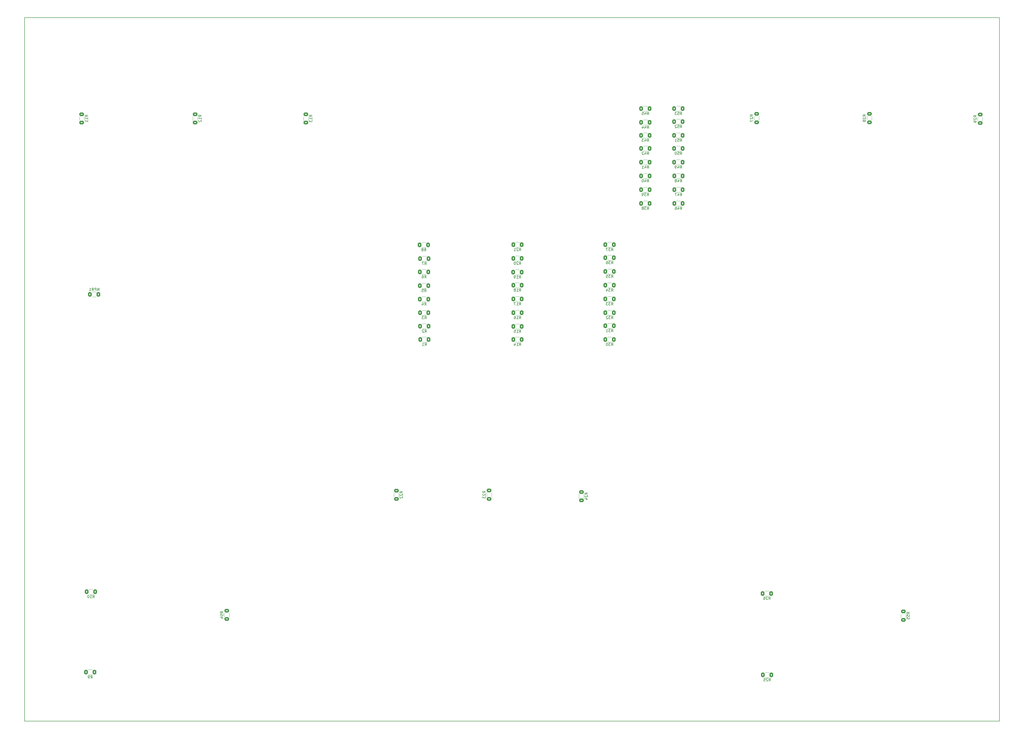
<source format=gbr>
%TF.GenerationSoftware,KiCad,Pcbnew,(5.99.0-11071-g7fde05e8ee)*%
%TF.CreationDate,2021-07-29T16:05:04+02:00*%
%TF.ProjectId,Mixduino,4d697864-7569-46e6-9f2e-6b696361645f,rev?*%
%TF.SameCoordinates,Original*%
%TF.FileFunction,Legend,Bot*%
%TF.FilePolarity,Positive*%
%FSLAX46Y46*%
G04 Gerber Fmt 4.6, Leading zero omitted, Abs format (unit mm)*
G04 Created by KiCad (PCBNEW (5.99.0-11071-g7fde05e8ee)) date 2021-07-29 16:05:04*
%MOMM*%
%LPD*%
G01*
G04 APERTURE LIST*
G04 Aperture macros list*
%AMRoundRect*
0 Rectangle with rounded corners*
0 $1 Rounding radius*
0 $2 $3 $4 $5 $6 $7 $8 $9 X,Y pos of 4 corners*
0 Add a 4 corners polygon primitive as box body*
4,1,4,$2,$3,$4,$5,$6,$7,$8,$9,$2,$3,0*
0 Add four circle primitives for the rounded corners*
1,1,$1+$1,$2,$3*
1,1,$1+$1,$4,$5*
1,1,$1+$1,$6,$7*
1,1,$1+$1,$8,$9*
0 Add four rect primitives between the rounded corners*
20,1,$1+$1,$2,$3,$4,$5,0*
20,1,$1+$1,$4,$5,$6,$7,0*
20,1,$1+$1,$6,$7,$8,$9,0*
20,1,$1+$1,$8,$9,$2,$3,0*%
G04 Aperture macros list end*
%TA.AperFunction,Profile*%
%ADD10C,0.150000*%
%TD*%
%ADD11C,0.150000*%
%ADD12C,0.120000*%
%ADD13O,1.727200X1.727200*%
%ADD14R,1.800000X1.800000*%
%ADD15C,1.800000*%
%ADD16C,2.000000*%
%ADD17O,1.600000X2.400000*%
%ADD18O,1.600000X2.462000*%
%ADD19C,2.100000*%
%ADD20C,3.600000*%
%ADD21C,6.400000*%
%ADD22C,3.200000*%
%ADD23C,4.000000*%
%ADD24C,1.524000*%
%ADD25R,2.000000X2.000000*%
%ADD26RoundRect,0.250000X-0.400000X-0.625000X0.400000X-0.625000X0.400000X0.625000X-0.400000X0.625000X0*%
%ADD27RoundRect,0.250000X0.625000X-0.400000X0.625000X0.400000X-0.625000X0.400000X-0.625000X-0.400000X0*%
%ADD28RoundRect,0.250000X0.400000X0.625000X-0.400000X0.625000X-0.400000X-0.625000X0.400000X-0.625000X0*%
%ADD29RoundRect,0.250000X-0.625000X0.400000X-0.625000X-0.400000X0.625000X-0.400000X0.625000X0.400000X0*%
G04 APERTURE END LIST*
D10*
X479000000Y-311000000D02*
X119000000Y-311000000D01*
X119000000Y-311000000D02*
X119000000Y-51000000D01*
X479000000Y-51000000D02*
X479000000Y-311000000D01*
X119000000Y-51000000D02*
X479000000Y-51000000D01*
D11*
%TO.C,R1*%
X266806666Y-172198380D02*
X267140000Y-171722190D01*
X267378095Y-172198380D02*
X267378095Y-171198380D01*
X266997142Y-171198380D01*
X266901904Y-171246000D01*
X266854285Y-171293619D01*
X266806666Y-171388857D01*
X266806666Y-171531714D01*
X266854285Y-171626952D01*
X266901904Y-171674571D01*
X266997142Y-171722190D01*
X267378095Y-171722190D01*
X265854285Y-172198380D02*
X266425714Y-172198380D01*
X266140000Y-172198380D02*
X266140000Y-171198380D01*
X266235238Y-171341238D01*
X266330476Y-171436476D01*
X266425714Y-171484095D01*
%TO.C,R52*%
X361042857Y-91680380D02*
X361376190Y-91204190D01*
X361614285Y-91680380D02*
X361614285Y-90680380D01*
X361233333Y-90680380D01*
X361138095Y-90728000D01*
X361090476Y-90775619D01*
X361042857Y-90870857D01*
X361042857Y-91013714D01*
X361090476Y-91108952D01*
X361138095Y-91156571D01*
X361233333Y-91204190D01*
X361614285Y-91204190D01*
X360138095Y-90680380D02*
X360614285Y-90680380D01*
X360661904Y-91156571D01*
X360614285Y-91108952D01*
X360519047Y-91061333D01*
X360280952Y-91061333D01*
X360185714Y-91108952D01*
X360138095Y-91156571D01*
X360090476Y-91251809D01*
X360090476Y-91489904D01*
X360138095Y-91585142D01*
X360185714Y-91632761D01*
X360280952Y-91680380D01*
X360519047Y-91680380D01*
X360614285Y-91632761D01*
X360661904Y-91585142D01*
X359709523Y-90775619D02*
X359661904Y-90728000D01*
X359566666Y-90680380D01*
X359328571Y-90680380D01*
X359233333Y-90728000D01*
X359185714Y-90775619D01*
X359138095Y-90870857D01*
X359138095Y-90966095D01*
X359185714Y-91108952D01*
X359757142Y-91680380D01*
X359138095Y-91680380D01*
%TO.C,R11*%
X142360380Y-87585142D02*
X141884190Y-87251809D01*
X142360380Y-87013714D02*
X141360380Y-87013714D01*
X141360380Y-87394666D01*
X141408000Y-87489904D01*
X141455619Y-87537523D01*
X141550857Y-87585142D01*
X141693714Y-87585142D01*
X141788952Y-87537523D01*
X141836571Y-87489904D01*
X141884190Y-87394666D01*
X141884190Y-87013714D01*
X142360380Y-88537523D02*
X142360380Y-87966095D01*
X142360380Y-88251809D02*
X141360380Y-88251809D01*
X141503238Y-88156571D01*
X141598476Y-88061333D01*
X141646095Y-87966095D01*
X142360380Y-89489904D02*
X142360380Y-88918476D01*
X142360380Y-89204190D02*
X141360380Y-89204190D01*
X141503238Y-89108952D01*
X141598476Y-89013714D01*
X141646095Y-88918476D01*
%TO.C,R21*%
X301642857Y-137146380D02*
X301976190Y-136670190D01*
X302214285Y-137146380D02*
X302214285Y-136146380D01*
X301833333Y-136146380D01*
X301738095Y-136194000D01*
X301690476Y-136241619D01*
X301642857Y-136336857D01*
X301642857Y-136479714D01*
X301690476Y-136574952D01*
X301738095Y-136622571D01*
X301833333Y-136670190D01*
X302214285Y-136670190D01*
X301261904Y-136241619D02*
X301214285Y-136194000D01*
X301119047Y-136146380D01*
X300880952Y-136146380D01*
X300785714Y-136194000D01*
X300738095Y-136241619D01*
X300690476Y-136336857D01*
X300690476Y-136432095D01*
X300738095Y-136574952D01*
X301309523Y-137146380D01*
X300690476Y-137146380D01*
X299738095Y-137146380D02*
X300309523Y-137146380D01*
X300023809Y-137146380D02*
X300023809Y-136146380D01*
X300119047Y-136289238D01*
X300214285Y-136384476D01*
X300309523Y-136432095D01*
%TO.C,R25*%
X393834857Y-296150380D02*
X394168190Y-295674190D01*
X394406285Y-296150380D02*
X394406285Y-295150380D01*
X394025333Y-295150380D01*
X393930095Y-295198000D01*
X393882476Y-295245619D01*
X393834857Y-295340857D01*
X393834857Y-295483714D01*
X393882476Y-295578952D01*
X393930095Y-295626571D01*
X394025333Y-295674190D01*
X394406285Y-295674190D01*
X393453904Y-295245619D02*
X393406285Y-295198000D01*
X393311047Y-295150380D01*
X393072952Y-295150380D01*
X392977714Y-295198000D01*
X392930095Y-295245619D01*
X392882476Y-295340857D01*
X392882476Y-295436095D01*
X392930095Y-295578952D01*
X393501523Y-296150380D01*
X392882476Y-296150380D01*
X391977714Y-295150380D02*
X392453904Y-295150380D01*
X392501523Y-295626571D01*
X392453904Y-295578952D01*
X392358666Y-295531333D01*
X392120571Y-295531333D01*
X392025333Y-295578952D01*
X391977714Y-295626571D01*
X391930095Y-295721809D01*
X391930095Y-295959904D01*
X391977714Y-296055142D01*
X392025333Y-296102761D01*
X392120571Y-296150380D01*
X392358666Y-296150380D01*
X392453904Y-296102761D01*
X392501523Y-296055142D01*
%TO.C,R50*%
X361042857Y-101586380D02*
X361376190Y-101110190D01*
X361614285Y-101586380D02*
X361614285Y-100586380D01*
X361233333Y-100586380D01*
X361138095Y-100634000D01*
X361090476Y-100681619D01*
X361042857Y-100776857D01*
X361042857Y-100919714D01*
X361090476Y-101014952D01*
X361138095Y-101062571D01*
X361233333Y-101110190D01*
X361614285Y-101110190D01*
X360138095Y-100586380D02*
X360614285Y-100586380D01*
X360661904Y-101062571D01*
X360614285Y-101014952D01*
X360519047Y-100967333D01*
X360280952Y-100967333D01*
X360185714Y-101014952D01*
X360138095Y-101062571D01*
X360090476Y-101157809D01*
X360090476Y-101395904D01*
X360138095Y-101491142D01*
X360185714Y-101538761D01*
X360280952Y-101586380D01*
X360519047Y-101586380D01*
X360614285Y-101538761D01*
X360661904Y-101491142D01*
X359471428Y-100586380D02*
X359376190Y-100586380D01*
X359280952Y-100634000D01*
X359233333Y-100681619D01*
X359185714Y-100776857D01*
X359138095Y-100967333D01*
X359138095Y-101205428D01*
X359185714Y-101395904D01*
X359233333Y-101491142D01*
X359280952Y-101538761D01*
X359376190Y-101586380D01*
X359471428Y-101586380D01*
X359566666Y-101538761D01*
X359614285Y-101491142D01*
X359661904Y-101395904D01*
X359709523Y-101205428D01*
X359709523Y-100967333D01*
X359661904Y-100776857D01*
X359614285Y-100681619D01*
X359566666Y-100634000D01*
X359471428Y-100586380D01*
%TO.C,NPR1*%
X146461904Y-151872380D02*
X146461904Y-150872380D01*
X145890476Y-151872380D01*
X145890476Y-150872380D01*
X145414285Y-151872380D02*
X145414285Y-150872380D01*
X145033333Y-150872380D01*
X144938095Y-150920000D01*
X144890476Y-150967619D01*
X144842857Y-151062857D01*
X144842857Y-151205714D01*
X144890476Y-151300952D01*
X144938095Y-151348571D01*
X145033333Y-151396190D01*
X145414285Y-151396190D01*
X143842857Y-151872380D02*
X144176190Y-151396190D01*
X144414285Y-151872380D02*
X144414285Y-150872380D01*
X144033333Y-150872380D01*
X143938095Y-150920000D01*
X143890476Y-150967619D01*
X143842857Y-151062857D01*
X143842857Y-151205714D01*
X143890476Y-151300952D01*
X143938095Y-151348571D01*
X144033333Y-151396190D01*
X144414285Y-151396190D01*
X142890476Y-151872380D02*
X143461904Y-151872380D01*
X143176190Y-151872380D02*
X143176190Y-150872380D01*
X143271428Y-151015238D01*
X143366666Y-151110476D01*
X143461904Y-151158095D01*
%TO.C,R26*%
X393723857Y-266046380D02*
X394057190Y-265570190D01*
X394295285Y-266046380D02*
X394295285Y-265046380D01*
X393914333Y-265046380D01*
X393819095Y-265094000D01*
X393771476Y-265141619D01*
X393723857Y-265236857D01*
X393723857Y-265379714D01*
X393771476Y-265474952D01*
X393819095Y-265522571D01*
X393914333Y-265570190D01*
X394295285Y-265570190D01*
X393342904Y-265141619D02*
X393295285Y-265094000D01*
X393200047Y-265046380D01*
X392961952Y-265046380D01*
X392866714Y-265094000D01*
X392819095Y-265141619D01*
X392771476Y-265236857D01*
X392771476Y-265332095D01*
X392819095Y-265474952D01*
X393390523Y-266046380D01*
X392771476Y-266046380D01*
X391914333Y-265046380D02*
X392104809Y-265046380D01*
X392200047Y-265094000D01*
X392247666Y-265141619D01*
X392342904Y-265284476D01*
X392390523Y-265474952D01*
X392390523Y-265855904D01*
X392342904Y-265951142D01*
X392295285Y-265998761D01*
X392200047Y-266046380D01*
X392009571Y-266046380D01*
X391914333Y-265998761D01*
X391866714Y-265951142D01*
X391819095Y-265855904D01*
X391819095Y-265617809D01*
X391866714Y-265522571D01*
X391914333Y-265474952D01*
X392009571Y-265427333D01*
X392200047Y-265427333D01*
X392295285Y-265474952D01*
X392342904Y-265522571D01*
X392390523Y-265617809D01*
%TO.C,R34*%
X335642857Y-152132380D02*
X335976190Y-151656190D01*
X336214285Y-152132380D02*
X336214285Y-151132380D01*
X335833333Y-151132380D01*
X335738095Y-151180000D01*
X335690476Y-151227619D01*
X335642857Y-151322857D01*
X335642857Y-151465714D01*
X335690476Y-151560952D01*
X335738095Y-151608571D01*
X335833333Y-151656190D01*
X336214285Y-151656190D01*
X335309523Y-151132380D02*
X334690476Y-151132380D01*
X335023809Y-151513333D01*
X334880952Y-151513333D01*
X334785714Y-151560952D01*
X334738095Y-151608571D01*
X334690476Y-151703809D01*
X334690476Y-151941904D01*
X334738095Y-152037142D01*
X334785714Y-152084761D01*
X334880952Y-152132380D01*
X335166666Y-152132380D01*
X335261904Y-152084761D01*
X335309523Y-152037142D01*
X333833333Y-151465714D02*
X333833333Y-152132380D01*
X334071428Y-151084761D02*
X334309523Y-151799047D01*
X333690476Y-151799047D01*
%TO.C,R14*%
X301642857Y-172198380D02*
X301976190Y-171722190D01*
X302214285Y-172198380D02*
X302214285Y-171198380D01*
X301833333Y-171198380D01*
X301738095Y-171246000D01*
X301690476Y-171293619D01*
X301642857Y-171388857D01*
X301642857Y-171531714D01*
X301690476Y-171626952D01*
X301738095Y-171674571D01*
X301833333Y-171722190D01*
X302214285Y-171722190D01*
X300690476Y-172198380D02*
X301261904Y-172198380D01*
X300976190Y-172198380D02*
X300976190Y-171198380D01*
X301071428Y-171341238D01*
X301166666Y-171436476D01*
X301261904Y-171484095D01*
X299833333Y-171531714D02*
X299833333Y-172198380D01*
X300071428Y-171150761D02*
X300309523Y-171865047D01*
X299690476Y-171865047D01*
%TO.C,R37*%
X335668857Y-137146380D02*
X336002190Y-136670190D01*
X336240285Y-137146380D02*
X336240285Y-136146380D01*
X335859333Y-136146380D01*
X335764095Y-136194000D01*
X335716476Y-136241619D01*
X335668857Y-136336857D01*
X335668857Y-136479714D01*
X335716476Y-136574952D01*
X335764095Y-136622571D01*
X335859333Y-136670190D01*
X336240285Y-136670190D01*
X335335523Y-136146380D02*
X334716476Y-136146380D01*
X335049809Y-136527333D01*
X334906952Y-136527333D01*
X334811714Y-136574952D01*
X334764095Y-136622571D01*
X334716476Y-136717809D01*
X334716476Y-136955904D01*
X334764095Y-137051142D01*
X334811714Y-137098761D01*
X334906952Y-137146380D01*
X335192666Y-137146380D01*
X335287904Y-137098761D01*
X335335523Y-137051142D01*
X334383142Y-136146380D02*
X333716476Y-136146380D01*
X334145047Y-137146380D01*
%TO.C,R43*%
X348876857Y-96760380D02*
X349210190Y-96284190D01*
X349448285Y-96760380D02*
X349448285Y-95760380D01*
X349067333Y-95760380D01*
X348972095Y-95808000D01*
X348924476Y-95855619D01*
X348876857Y-95950857D01*
X348876857Y-96093714D01*
X348924476Y-96188952D01*
X348972095Y-96236571D01*
X349067333Y-96284190D01*
X349448285Y-96284190D01*
X348019714Y-96093714D02*
X348019714Y-96760380D01*
X348257809Y-95712761D02*
X348495904Y-96427047D01*
X347876857Y-96427047D01*
X347591142Y-95760380D02*
X346972095Y-95760380D01*
X347305428Y-96141333D01*
X347162571Y-96141333D01*
X347067333Y-96188952D01*
X347019714Y-96236571D01*
X346972095Y-96331809D01*
X346972095Y-96569904D01*
X347019714Y-96665142D01*
X347067333Y-96712761D01*
X347162571Y-96760380D01*
X347448285Y-96760380D01*
X347543523Y-96712761D01*
X347591142Y-96665142D01*
%TO.C,R45*%
X348876857Y-86854380D02*
X349210190Y-86378190D01*
X349448285Y-86854380D02*
X349448285Y-85854380D01*
X349067333Y-85854380D01*
X348972095Y-85902000D01*
X348924476Y-85949619D01*
X348876857Y-86044857D01*
X348876857Y-86187714D01*
X348924476Y-86282952D01*
X348972095Y-86330571D01*
X349067333Y-86378190D01*
X349448285Y-86378190D01*
X348019714Y-86187714D02*
X348019714Y-86854380D01*
X348257809Y-85806761D02*
X348495904Y-86521047D01*
X347876857Y-86521047D01*
X347019714Y-85854380D02*
X347495904Y-85854380D01*
X347543523Y-86330571D01*
X347495904Y-86282952D01*
X347400666Y-86235333D01*
X347162571Y-86235333D01*
X347067333Y-86282952D01*
X347019714Y-86330571D01*
X346972095Y-86425809D01*
X346972095Y-86663904D01*
X347019714Y-86759142D01*
X347067333Y-86806761D01*
X347162571Y-86854380D01*
X347400666Y-86854380D01*
X347495904Y-86806761D01*
X347543523Y-86759142D01*
%TO.C,R55*%
X445762380Y-271347142D02*
X445286190Y-271013809D01*
X445762380Y-270775714D02*
X444762380Y-270775714D01*
X444762380Y-271156666D01*
X444810000Y-271251904D01*
X444857619Y-271299523D01*
X444952857Y-271347142D01*
X445095714Y-271347142D01*
X445190952Y-271299523D01*
X445238571Y-271251904D01*
X445286190Y-271156666D01*
X445286190Y-270775714D01*
X444762380Y-272251904D02*
X444762380Y-271775714D01*
X445238571Y-271728095D01*
X445190952Y-271775714D01*
X445143333Y-271870952D01*
X445143333Y-272109047D01*
X445190952Y-272204285D01*
X445238571Y-272251904D01*
X445333809Y-272299523D01*
X445571904Y-272299523D01*
X445667142Y-272251904D01*
X445714761Y-272204285D01*
X445762380Y-272109047D01*
X445762380Y-271870952D01*
X445714761Y-271775714D01*
X445667142Y-271728095D01*
X444762380Y-273204285D02*
X444762380Y-272728095D01*
X445238571Y-272680476D01*
X445190952Y-272728095D01*
X445143333Y-272823333D01*
X445143333Y-273061428D01*
X445190952Y-273156666D01*
X445238571Y-273204285D01*
X445333809Y-273251904D01*
X445571904Y-273251904D01*
X445667142Y-273204285D01*
X445714761Y-273156666D01*
X445762380Y-273061428D01*
X445762380Y-272823333D01*
X445714761Y-272728095D01*
X445667142Y-272680476D01*
%TO.C,R38*%
X348876857Y-121906380D02*
X349210190Y-121430190D01*
X349448285Y-121906380D02*
X349448285Y-120906380D01*
X349067333Y-120906380D01*
X348972095Y-120954000D01*
X348924476Y-121001619D01*
X348876857Y-121096857D01*
X348876857Y-121239714D01*
X348924476Y-121334952D01*
X348972095Y-121382571D01*
X349067333Y-121430190D01*
X349448285Y-121430190D01*
X348543523Y-120906380D02*
X347924476Y-120906380D01*
X348257809Y-121287333D01*
X348114952Y-121287333D01*
X348019714Y-121334952D01*
X347972095Y-121382571D01*
X347924476Y-121477809D01*
X347924476Y-121715904D01*
X347972095Y-121811142D01*
X348019714Y-121858761D01*
X348114952Y-121906380D01*
X348400666Y-121906380D01*
X348495904Y-121858761D01*
X348543523Y-121811142D01*
X347353047Y-121334952D02*
X347448285Y-121287333D01*
X347495904Y-121239714D01*
X347543523Y-121144476D01*
X347543523Y-121096857D01*
X347495904Y-121001619D01*
X347448285Y-120954000D01*
X347353047Y-120906380D01*
X347162571Y-120906380D01*
X347067333Y-120954000D01*
X347019714Y-121001619D01*
X346972095Y-121096857D01*
X346972095Y-121144476D01*
X347019714Y-121239714D01*
X347067333Y-121287333D01*
X347162571Y-121334952D01*
X347353047Y-121334952D01*
X347448285Y-121382571D01*
X347495904Y-121430190D01*
X347543523Y-121525428D01*
X347543523Y-121715904D01*
X347495904Y-121811142D01*
X347448285Y-121858761D01*
X347353047Y-121906380D01*
X347162571Y-121906380D01*
X347067333Y-121858761D01*
X347019714Y-121811142D01*
X346972095Y-121715904D01*
X346972095Y-121525428D01*
X347019714Y-121430190D01*
X347067333Y-121382571D01*
X347162571Y-121334952D01*
%TO.C,R41*%
X348876857Y-106666380D02*
X349210190Y-106190190D01*
X349448285Y-106666380D02*
X349448285Y-105666380D01*
X349067333Y-105666380D01*
X348972095Y-105714000D01*
X348924476Y-105761619D01*
X348876857Y-105856857D01*
X348876857Y-105999714D01*
X348924476Y-106094952D01*
X348972095Y-106142571D01*
X349067333Y-106190190D01*
X349448285Y-106190190D01*
X348019714Y-105999714D02*
X348019714Y-106666380D01*
X348257809Y-105618761D02*
X348495904Y-106333047D01*
X347876857Y-106333047D01*
X346972095Y-106666380D02*
X347543523Y-106666380D01*
X347257809Y-106666380D02*
X347257809Y-105666380D01*
X347353047Y-105809238D01*
X347448285Y-105904476D01*
X347543523Y-105952095D01*
%TO.C,R7*%
X266752666Y-142302380D02*
X267086000Y-141826190D01*
X267324095Y-142302380D02*
X267324095Y-141302380D01*
X266943142Y-141302380D01*
X266847904Y-141350000D01*
X266800285Y-141397619D01*
X266752666Y-141492857D01*
X266752666Y-141635714D01*
X266800285Y-141730952D01*
X266847904Y-141778571D01*
X266943142Y-141826190D01*
X267324095Y-141826190D01*
X266419333Y-141302380D02*
X265752666Y-141302380D01*
X266181238Y-142302380D01*
%TO.C,R4*%
X266682666Y-157272380D02*
X267016000Y-156796190D01*
X267254095Y-157272380D02*
X267254095Y-156272380D01*
X266873142Y-156272380D01*
X266777904Y-156320000D01*
X266730285Y-156367619D01*
X266682666Y-156462857D01*
X266682666Y-156605714D01*
X266730285Y-156700952D01*
X266777904Y-156748571D01*
X266873142Y-156796190D01*
X267254095Y-156796190D01*
X265825523Y-156605714D02*
X265825523Y-157272380D01*
X266063619Y-156224761D02*
X266301714Y-156939047D01*
X265682666Y-156939047D01*
%TO.C,R32*%
X335642857Y-162292380D02*
X335976190Y-161816190D01*
X336214285Y-162292380D02*
X336214285Y-161292380D01*
X335833333Y-161292380D01*
X335738095Y-161340000D01*
X335690476Y-161387619D01*
X335642857Y-161482857D01*
X335642857Y-161625714D01*
X335690476Y-161720952D01*
X335738095Y-161768571D01*
X335833333Y-161816190D01*
X336214285Y-161816190D01*
X335309523Y-161292380D02*
X334690476Y-161292380D01*
X335023809Y-161673333D01*
X334880952Y-161673333D01*
X334785714Y-161720952D01*
X334738095Y-161768571D01*
X334690476Y-161863809D01*
X334690476Y-162101904D01*
X334738095Y-162197142D01*
X334785714Y-162244761D01*
X334880952Y-162292380D01*
X335166666Y-162292380D01*
X335261904Y-162244761D01*
X335309523Y-162197142D01*
X334309523Y-161387619D02*
X334261904Y-161340000D01*
X334166666Y-161292380D01*
X333928571Y-161292380D01*
X333833333Y-161340000D01*
X333785714Y-161387619D01*
X333738095Y-161482857D01*
X333738095Y-161578095D01*
X333785714Y-161720952D01*
X334357142Y-162292380D01*
X333738095Y-162292380D01*
%TO.C,R48*%
X361094857Y-111746380D02*
X361428190Y-111270190D01*
X361666285Y-111746380D02*
X361666285Y-110746380D01*
X361285333Y-110746380D01*
X361190095Y-110794000D01*
X361142476Y-110841619D01*
X361094857Y-110936857D01*
X361094857Y-111079714D01*
X361142476Y-111174952D01*
X361190095Y-111222571D01*
X361285333Y-111270190D01*
X361666285Y-111270190D01*
X360237714Y-111079714D02*
X360237714Y-111746380D01*
X360475809Y-110698761D02*
X360713904Y-111413047D01*
X360094857Y-111413047D01*
X359571047Y-111174952D02*
X359666285Y-111127333D01*
X359713904Y-111079714D01*
X359761523Y-110984476D01*
X359761523Y-110936857D01*
X359713904Y-110841619D01*
X359666285Y-110794000D01*
X359571047Y-110746380D01*
X359380571Y-110746380D01*
X359285333Y-110794000D01*
X359237714Y-110841619D01*
X359190095Y-110936857D01*
X359190095Y-110984476D01*
X359237714Y-111079714D01*
X359285333Y-111127333D01*
X359380571Y-111174952D01*
X359571047Y-111174952D01*
X359666285Y-111222571D01*
X359713904Y-111270190D01*
X359761523Y-111365428D01*
X359761523Y-111555904D01*
X359713904Y-111651142D01*
X359666285Y-111698761D01*
X359571047Y-111746380D01*
X359380571Y-111746380D01*
X359285333Y-111698761D01*
X359237714Y-111651142D01*
X359190095Y-111555904D01*
X359190095Y-111365428D01*
X359237714Y-111270190D01*
X359285333Y-111222571D01*
X359380571Y-111174952D01*
%TO.C,R27*%
X387918380Y-87463142D02*
X387442190Y-87129809D01*
X387918380Y-86891714D02*
X386918380Y-86891714D01*
X386918380Y-87272666D01*
X386966000Y-87367904D01*
X387013619Y-87415523D01*
X387108857Y-87463142D01*
X387251714Y-87463142D01*
X387346952Y-87415523D01*
X387394571Y-87367904D01*
X387442190Y-87272666D01*
X387442190Y-86891714D01*
X387013619Y-87844095D02*
X386966000Y-87891714D01*
X386918380Y-87986952D01*
X386918380Y-88225047D01*
X386966000Y-88320285D01*
X387013619Y-88367904D01*
X387108857Y-88415523D01*
X387204095Y-88415523D01*
X387346952Y-88367904D01*
X387918380Y-87796476D01*
X387918380Y-88415523D01*
X386918380Y-88748857D02*
X386918380Y-89415523D01*
X387918380Y-88986952D01*
%TO.C,R18*%
X301642857Y-152132380D02*
X301976190Y-151656190D01*
X302214285Y-152132380D02*
X302214285Y-151132380D01*
X301833333Y-151132380D01*
X301738095Y-151180000D01*
X301690476Y-151227619D01*
X301642857Y-151322857D01*
X301642857Y-151465714D01*
X301690476Y-151560952D01*
X301738095Y-151608571D01*
X301833333Y-151656190D01*
X302214285Y-151656190D01*
X300690476Y-152132380D02*
X301261904Y-152132380D01*
X300976190Y-152132380D02*
X300976190Y-151132380D01*
X301071428Y-151275238D01*
X301166666Y-151370476D01*
X301261904Y-151418095D01*
X300119047Y-151560952D02*
X300214285Y-151513333D01*
X300261904Y-151465714D01*
X300309523Y-151370476D01*
X300309523Y-151322857D01*
X300261904Y-151227619D01*
X300214285Y-151180000D01*
X300119047Y-151132380D01*
X299928571Y-151132380D01*
X299833333Y-151180000D01*
X299785714Y-151227619D01*
X299738095Y-151322857D01*
X299738095Y-151370476D01*
X299785714Y-151465714D01*
X299833333Y-151513333D01*
X299928571Y-151560952D01*
X300119047Y-151560952D01*
X300214285Y-151608571D01*
X300261904Y-151656190D01*
X300309523Y-151751428D01*
X300309523Y-151941904D01*
X300261904Y-152037142D01*
X300214285Y-152084761D01*
X300119047Y-152132380D01*
X299928571Y-152132380D01*
X299833333Y-152084761D01*
X299785714Y-152037142D01*
X299738095Y-151941904D01*
X299738095Y-151751428D01*
X299785714Y-151656190D01*
X299833333Y-151608571D01*
X299928571Y-151560952D01*
%TO.C,R22*%
X258558380Y-226687142D02*
X258082190Y-226353809D01*
X258558380Y-226115714D02*
X257558380Y-226115714D01*
X257558380Y-226496666D01*
X257606000Y-226591904D01*
X257653619Y-226639523D01*
X257748857Y-226687142D01*
X257891714Y-226687142D01*
X257986952Y-226639523D01*
X258034571Y-226591904D01*
X258082190Y-226496666D01*
X258082190Y-226115714D01*
X257653619Y-227068095D02*
X257606000Y-227115714D01*
X257558380Y-227210952D01*
X257558380Y-227449047D01*
X257606000Y-227544285D01*
X257653619Y-227591904D01*
X257748857Y-227639523D01*
X257844095Y-227639523D01*
X257986952Y-227591904D01*
X258558380Y-227020476D01*
X258558380Y-227639523D01*
X257653619Y-228020476D02*
X257606000Y-228068095D01*
X257558380Y-228163333D01*
X257558380Y-228401428D01*
X257606000Y-228496666D01*
X257653619Y-228544285D01*
X257748857Y-228591904D01*
X257844095Y-228591904D01*
X257986952Y-228544285D01*
X258558380Y-227972857D01*
X258558380Y-228591904D01*
%TO.C,R13*%
X225164380Y-87585142D02*
X224688190Y-87251809D01*
X225164380Y-87013714D02*
X224164380Y-87013714D01*
X224164380Y-87394666D01*
X224212000Y-87489904D01*
X224259619Y-87537523D01*
X224354857Y-87585142D01*
X224497714Y-87585142D01*
X224592952Y-87537523D01*
X224640571Y-87489904D01*
X224688190Y-87394666D01*
X224688190Y-87013714D01*
X225164380Y-88537523D02*
X225164380Y-87966095D01*
X225164380Y-88251809D02*
X224164380Y-88251809D01*
X224307238Y-88156571D01*
X224402476Y-88061333D01*
X224450095Y-87966095D01*
X224164380Y-88870857D02*
X224164380Y-89489904D01*
X224545333Y-89156571D01*
X224545333Y-89299428D01*
X224592952Y-89394666D01*
X224640571Y-89442285D01*
X224735809Y-89489904D01*
X224973904Y-89489904D01*
X225069142Y-89442285D01*
X225116761Y-89394666D01*
X225164380Y-89299428D01*
X225164380Y-89013714D01*
X225116761Y-88918476D01*
X225069142Y-88870857D01*
%TO.C,R42*%
X348876857Y-101586380D02*
X349210190Y-101110190D01*
X349448285Y-101586380D02*
X349448285Y-100586380D01*
X349067333Y-100586380D01*
X348972095Y-100634000D01*
X348924476Y-100681619D01*
X348876857Y-100776857D01*
X348876857Y-100919714D01*
X348924476Y-101014952D01*
X348972095Y-101062571D01*
X349067333Y-101110190D01*
X349448285Y-101110190D01*
X348019714Y-100919714D02*
X348019714Y-101586380D01*
X348257809Y-100538761D02*
X348495904Y-101253047D01*
X347876857Y-101253047D01*
X347543523Y-100681619D02*
X347495904Y-100634000D01*
X347400666Y-100586380D01*
X347162571Y-100586380D01*
X347067333Y-100634000D01*
X347019714Y-100681619D01*
X346972095Y-100776857D01*
X346972095Y-100872095D01*
X347019714Y-101014952D01*
X347591142Y-101586380D01*
X346972095Y-101586380D01*
%TO.C,R17*%
X301642857Y-157212380D02*
X301976190Y-156736190D01*
X302214285Y-157212380D02*
X302214285Y-156212380D01*
X301833333Y-156212380D01*
X301738095Y-156260000D01*
X301690476Y-156307619D01*
X301642857Y-156402857D01*
X301642857Y-156545714D01*
X301690476Y-156640952D01*
X301738095Y-156688571D01*
X301833333Y-156736190D01*
X302214285Y-156736190D01*
X300690476Y-157212380D02*
X301261904Y-157212380D01*
X300976190Y-157212380D02*
X300976190Y-156212380D01*
X301071428Y-156355238D01*
X301166666Y-156450476D01*
X301261904Y-156498095D01*
X300357142Y-156212380D02*
X299690476Y-156212380D01*
X300119047Y-157212380D01*
%TO.C,R40*%
X348876857Y-111746380D02*
X349210190Y-111270190D01*
X349448285Y-111746380D02*
X349448285Y-110746380D01*
X349067333Y-110746380D01*
X348972095Y-110794000D01*
X348924476Y-110841619D01*
X348876857Y-110936857D01*
X348876857Y-111079714D01*
X348924476Y-111174952D01*
X348972095Y-111222571D01*
X349067333Y-111270190D01*
X349448285Y-111270190D01*
X348019714Y-111079714D02*
X348019714Y-111746380D01*
X348257809Y-110698761D02*
X348495904Y-111413047D01*
X347876857Y-111413047D01*
X347305428Y-110746380D02*
X347210190Y-110746380D01*
X347114952Y-110794000D01*
X347067333Y-110841619D01*
X347019714Y-110936857D01*
X346972095Y-111127333D01*
X346972095Y-111365428D01*
X347019714Y-111555904D01*
X347067333Y-111651142D01*
X347114952Y-111698761D01*
X347210190Y-111746380D01*
X347305428Y-111746380D01*
X347400666Y-111698761D01*
X347448285Y-111651142D01*
X347495904Y-111555904D01*
X347543523Y-111365428D01*
X347543523Y-111127333D01*
X347495904Y-110936857D01*
X347448285Y-110841619D01*
X347400666Y-110794000D01*
X347305428Y-110746380D01*
%TO.C,R44*%
X348876857Y-91934380D02*
X349210190Y-91458190D01*
X349448285Y-91934380D02*
X349448285Y-90934380D01*
X349067333Y-90934380D01*
X348972095Y-90982000D01*
X348924476Y-91029619D01*
X348876857Y-91124857D01*
X348876857Y-91267714D01*
X348924476Y-91362952D01*
X348972095Y-91410571D01*
X349067333Y-91458190D01*
X349448285Y-91458190D01*
X348019714Y-91267714D02*
X348019714Y-91934380D01*
X348257809Y-90886761D02*
X348495904Y-91601047D01*
X347876857Y-91601047D01*
X347067333Y-91267714D02*
X347067333Y-91934380D01*
X347305428Y-90886761D02*
X347543523Y-91601047D01*
X346924476Y-91601047D01*
%TO.C,R19*%
X301632857Y-147306380D02*
X301966190Y-146830190D01*
X302204285Y-147306380D02*
X302204285Y-146306380D01*
X301823333Y-146306380D01*
X301728095Y-146354000D01*
X301680476Y-146401619D01*
X301632857Y-146496857D01*
X301632857Y-146639714D01*
X301680476Y-146734952D01*
X301728095Y-146782571D01*
X301823333Y-146830190D01*
X302204285Y-146830190D01*
X300680476Y-147306380D02*
X301251904Y-147306380D01*
X300966190Y-147306380D02*
X300966190Y-146306380D01*
X301061428Y-146449238D01*
X301156666Y-146544476D01*
X301251904Y-146592095D01*
X300204285Y-147306380D02*
X300013809Y-147306380D01*
X299918571Y-147258761D01*
X299870952Y-147211142D01*
X299775714Y-147068285D01*
X299728095Y-146877809D01*
X299728095Y-146496857D01*
X299775714Y-146401619D01*
X299823333Y-146354000D01*
X299918571Y-146306380D01*
X300109047Y-146306380D01*
X300204285Y-146354000D01*
X300251904Y-146401619D01*
X300299523Y-146496857D01*
X300299523Y-146734952D01*
X300251904Y-146830190D01*
X300204285Y-146877809D01*
X300109047Y-146925428D01*
X299918571Y-146925428D01*
X299823333Y-146877809D01*
X299775714Y-146830190D01*
X299728095Y-146734952D01*
%TO.C,R20*%
X301642857Y-142226380D02*
X301976190Y-141750190D01*
X302214285Y-142226380D02*
X302214285Y-141226380D01*
X301833333Y-141226380D01*
X301738095Y-141274000D01*
X301690476Y-141321619D01*
X301642857Y-141416857D01*
X301642857Y-141559714D01*
X301690476Y-141654952D01*
X301738095Y-141702571D01*
X301833333Y-141750190D01*
X302214285Y-141750190D01*
X301261904Y-141321619D02*
X301214285Y-141274000D01*
X301119047Y-141226380D01*
X300880952Y-141226380D01*
X300785714Y-141274000D01*
X300738095Y-141321619D01*
X300690476Y-141416857D01*
X300690476Y-141512095D01*
X300738095Y-141654952D01*
X301309523Y-142226380D01*
X300690476Y-142226380D01*
X300071428Y-141226380D02*
X299976190Y-141226380D01*
X299880952Y-141274000D01*
X299833333Y-141321619D01*
X299785714Y-141416857D01*
X299738095Y-141607333D01*
X299738095Y-141845428D01*
X299785714Y-142035904D01*
X299833333Y-142131142D01*
X299880952Y-142178761D01*
X299976190Y-142226380D01*
X300071428Y-142226380D01*
X300166666Y-142178761D01*
X300214285Y-142131142D01*
X300261904Y-142035904D01*
X300309523Y-141845428D01*
X300309523Y-141607333D01*
X300261904Y-141416857D01*
X300214285Y-141321619D01*
X300166666Y-141274000D01*
X300071428Y-141226380D01*
%TO.C,R54*%
X192287743Y-271063046D02*
X191811553Y-270729713D01*
X192287743Y-270491618D02*
X191287743Y-270491618D01*
X191287743Y-270872570D01*
X191335363Y-270967808D01*
X191382982Y-271015427D01*
X191478220Y-271063046D01*
X191621077Y-271063046D01*
X191716315Y-271015427D01*
X191763934Y-270967808D01*
X191811553Y-270872570D01*
X191811553Y-270491618D01*
X191287743Y-271967808D02*
X191287743Y-271491618D01*
X191763934Y-271443999D01*
X191716315Y-271491618D01*
X191668696Y-271586856D01*
X191668696Y-271824951D01*
X191716315Y-271920189D01*
X191763934Y-271967808D01*
X191859172Y-272015427D01*
X192097267Y-272015427D01*
X192192505Y-271967808D01*
X192240124Y-271920189D01*
X192287743Y-271824951D01*
X192287743Y-271586856D01*
X192240124Y-271491618D01*
X192192505Y-271443999D01*
X191621077Y-272872570D02*
X192287743Y-272872570D01*
X191240124Y-272634475D02*
X191954410Y-272396380D01*
X191954410Y-273015427D01*
%TO.C,R31*%
X335642857Y-167118380D02*
X335976190Y-166642190D01*
X336214285Y-167118380D02*
X336214285Y-166118380D01*
X335833333Y-166118380D01*
X335738095Y-166166000D01*
X335690476Y-166213619D01*
X335642857Y-166308857D01*
X335642857Y-166451714D01*
X335690476Y-166546952D01*
X335738095Y-166594571D01*
X335833333Y-166642190D01*
X336214285Y-166642190D01*
X335309523Y-166118380D02*
X334690476Y-166118380D01*
X335023809Y-166499333D01*
X334880952Y-166499333D01*
X334785714Y-166546952D01*
X334738095Y-166594571D01*
X334690476Y-166689809D01*
X334690476Y-166927904D01*
X334738095Y-167023142D01*
X334785714Y-167070761D01*
X334880952Y-167118380D01*
X335166666Y-167118380D01*
X335261904Y-167070761D01*
X335309523Y-167023142D01*
X333738095Y-167118380D02*
X334309523Y-167118380D01*
X334023809Y-167118380D02*
X334023809Y-166118380D01*
X334119047Y-166261238D01*
X334214285Y-166356476D01*
X334309523Y-166404095D01*
%TO.C,R33*%
X335642857Y-157212380D02*
X335976190Y-156736190D01*
X336214285Y-157212380D02*
X336214285Y-156212380D01*
X335833333Y-156212380D01*
X335738095Y-156260000D01*
X335690476Y-156307619D01*
X335642857Y-156402857D01*
X335642857Y-156545714D01*
X335690476Y-156640952D01*
X335738095Y-156688571D01*
X335833333Y-156736190D01*
X336214285Y-156736190D01*
X335309523Y-156212380D02*
X334690476Y-156212380D01*
X335023809Y-156593333D01*
X334880952Y-156593333D01*
X334785714Y-156640952D01*
X334738095Y-156688571D01*
X334690476Y-156783809D01*
X334690476Y-157021904D01*
X334738095Y-157117142D01*
X334785714Y-157164761D01*
X334880952Y-157212380D01*
X335166666Y-157212380D01*
X335261904Y-157164761D01*
X335309523Y-157117142D01*
X334357142Y-156212380D02*
X333738095Y-156212380D01*
X334071428Y-156593333D01*
X333928571Y-156593333D01*
X333833333Y-156640952D01*
X333785714Y-156688571D01*
X333738095Y-156783809D01*
X333738095Y-157021904D01*
X333785714Y-157117142D01*
X333833333Y-157164761D01*
X333928571Y-157212380D01*
X334214285Y-157212380D01*
X334309523Y-157164761D01*
X334357142Y-157117142D01*
%TO.C,R49*%
X361042857Y-106666380D02*
X361376190Y-106190190D01*
X361614285Y-106666380D02*
X361614285Y-105666380D01*
X361233333Y-105666380D01*
X361138095Y-105714000D01*
X361090476Y-105761619D01*
X361042857Y-105856857D01*
X361042857Y-105999714D01*
X361090476Y-106094952D01*
X361138095Y-106142571D01*
X361233333Y-106190190D01*
X361614285Y-106190190D01*
X360185714Y-105999714D02*
X360185714Y-106666380D01*
X360423809Y-105618761D02*
X360661904Y-106333047D01*
X360042857Y-106333047D01*
X359614285Y-106666380D02*
X359423809Y-106666380D01*
X359328571Y-106618761D01*
X359280952Y-106571142D01*
X359185714Y-106428285D01*
X359138095Y-106237809D01*
X359138095Y-105856857D01*
X359185714Y-105761619D01*
X359233333Y-105714000D01*
X359328571Y-105666380D01*
X359519047Y-105666380D01*
X359614285Y-105714000D01*
X359661904Y-105761619D01*
X359709523Y-105856857D01*
X359709523Y-106094952D01*
X359661904Y-106190190D01*
X359614285Y-106237809D01*
X359519047Y-106285428D01*
X359328571Y-106285428D01*
X359233333Y-106237809D01*
X359185714Y-106190190D01*
X359138095Y-106094952D01*
%TO.C,R3*%
X266732666Y-162312380D02*
X267066000Y-161836190D01*
X267304095Y-162312380D02*
X267304095Y-161312380D01*
X266923142Y-161312380D01*
X266827904Y-161360000D01*
X266780285Y-161407619D01*
X266732666Y-161502857D01*
X266732666Y-161645714D01*
X266780285Y-161740952D01*
X266827904Y-161788571D01*
X266923142Y-161836190D01*
X267304095Y-161836190D01*
X266399333Y-161312380D02*
X265780285Y-161312380D01*
X266113619Y-161693333D01*
X265970761Y-161693333D01*
X265875523Y-161740952D01*
X265827904Y-161788571D01*
X265780285Y-161883809D01*
X265780285Y-162121904D01*
X265827904Y-162217142D01*
X265875523Y-162264761D01*
X265970761Y-162312380D01*
X266256476Y-162312380D01*
X266351714Y-162264761D01*
X266399333Y-162217142D01*
%TO.C,R46*%
X361094857Y-121906380D02*
X361428190Y-121430190D01*
X361666285Y-121906380D02*
X361666285Y-120906380D01*
X361285333Y-120906380D01*
X361190095Y-120954000D01*
X361142476Y-121001619D01*
X361094857Y-121096857D01*
X361094857Y-121239714D01*
X361142476Y-121334952D01*
X361190095Y-121382571D01*
X361285333Y-121430190D01*
X361666285Y-121430190D01*
X360237714Y-121239714D02*
X360237714Y-121906380D01*
X360475809Y-120858761D02*
X360713904Y-121573047D01*
X360094857Y-121573047D01*
X359285333Y-120906380D02*
X359475809Y-120906380D01*
X359571047Y-120954000D01*
X359618666Y-121001619D01*
X359713904Y-121144476D01*
X359761523Y-121334952D01*
X359761523Y-121715904D01*
X359713904Y-121811142D01*
X359666285Y-121858761D01*
X359571047Y-121906380D01*
X359380571Y-121906380D01*
X359285333Y-121858761D01*
X359237714Y-121811142D01*
X359190095Y-121715904D01*
X359190095Y-121477809D01*
X359237714Y-121382571D01*
X359285333Y-121334952D01*
X359380571Y-121287333D01*
X359571047Y-121287333D01*
X359666285Y-121334952D01*
X359713904Y-121382571D01*
X359761523Y-121477809D01*
%TO.C,R16*%
X301642857Y-162292380D02*
X301976190Y-161816190D01*
X302214285Y-162292380D02*
X302214285Y-161292380D01*
X301833333Y-161292380D01*
X301738095Y-161340000D01*
X301690476Y-161387619D01*
X301642857Y-161482857D01*
X301642857Y-161625714D01*
X301690476Y-161720952D01*
X301738095Y-161768571D01*
X301833333Y-161816190D01*
X302214285Y-161816190D01*
X300690476Y-162292380D02*
X301261904Y-162292380D01*
X300976190Y-162292380D02*
X300976190Y-161292380D01*
X301071428Y-161435238D01*
X301166666Y-161530476D01*
X301261904Y-161578095D01*
X299833333Y-161292380D02*
X300023809Y-161292380D01*
X300119047Y-161340000D01*
X300166666Y-161387619D01*
X300261904Y-161530476D01*
X300309523Y-161720952D01*
X300309523Y-162101904D01*
X300261904Y-162197142D01*
X300214285Y-162244761D01*
X300119047Y-162292380D01*
X299928571Y-162292380D01*
X299833333Y-162244761D01*
X299785714Y-162197142D01*
X299738095Y-162101904D01*
X299738095Y-161863809D01*
X299785714Y-161768571D01*
X299833333Y-161720952D01*
X299928571Y-161673333D01*
X300119047Y-161673333D01*
X300214285Y-161720952D01*
X300261904Y-161768571D01*
X300309523Y-161863809D01*
%TO.C,R5*%
X266652666Y-152282380D02*
X266986000Y-151806190D01*
X267224095Y-152282380D02*
X267224095Y-151282380D01*
X266843142Y-151282380D01*
X266747904Y-151330000D01*
X266700285Y-151377619D01*
X266652666Y-151472857D01*
X266652666Y-151615714D01*
X266700285Y-151710952D01*
X266747904Y-151758571D01*
X266843142Y-151806190D01*
X267224095Y-151806190D01*
X265747904Y-151282380D02*
X266224095Y-151282380D01*
X266271714Y-151758571D01*
X266224095Y-151710952D01*
X266128857Y-151663333D01*
X265890761Y-151663333D01*
X265795523Y-151710952D01*
X265747904Y-151758571D01*
X265700285Y-151853809D01*
X265700285Y-152091904D01*
X265747904Y-152187142D01*
X265795523Y-152234761D01*
X265890761Y-152282380D01*
X266128857Y-152282380D01*
X266224095Y-152234761D01*
X266271714Y-152187142D01*
%TO.C,R2*%
X266782666Y-167282380D02*
X267116000Y-166806190D01*
X267354095Y-167282380D02*
X267354095Y-166282380D01*
X266973142Y-166282380D01*
X266877904Y-166330000D01*
X266830285Y-166377619D01*
X266782666Y-166472857D01*
X266782666Y-166615714D01*
X266830285Y-166710952D01*
X266877904Y-166758571D01*
X266973142Y-166806190D01*
X267354095Y-166806190D01*
X266401714Y-166377619D02*
X266354095Y-166330000D01*
X266258857Y-166282380D01*
X266020761Y-166282380D01*
X265925523Y-166330000D01*
X265877904Y-166377619D01*
X265830285Y-166472857D01*
X265830285Y-166568095D01*
X265877904Y-166710952D01*
X266449333Y-167282380D01*
X265830285Y-167282380D01*
%TO.C,R53*%
X361042857Y-86854380D02*
X361376190Y-86378190D01*
X361614285Y-86854380D02*
X361614285Y-85854380D01*
X361233333Y-85854380D01*
X361138095Y-85902000D01*
X361090476Y-85949619D01*
X361042857Y-86044857D01*
X361042857Y-86187714D01*
X361090476Y-86282952D01*
X361138095Y-86330571D01*
X361233333Y-86378190D01*
X361614285Y-86378190D01*
X360138095Y-85854380D02*
X360614285Y-85854380D01*
X360661904Y-86330571D01*
X360614285Y-86282952D01*
X360519047Y-86235333D01*
X360280952Y-86235333D01*
X360185714Y-86282952D01*
X360138095Y-86330571D01*
X360090476Y-86425809D01*
X360090476Y-86663904D01*
X360138095Y-86759142D01*
X360185714Y-86806761D01*
X360280952Y-86854380D01*
X360519047Y-86854380D01*
X360614285Y-86806761D01*
X360661904Y-86759142D01*
X359757142Y-85854380D02*
X359138095Y-85854380D01*
X359471428Y-86235333D01*
X359328571Y-86235333D01*
X359233333Y-86282952D01*
X359185714Y-86330571D01*
X359138095Y-86425809D01*
X359138095Y-86663904D01*
X359185714Y-86759142D01*
X359233333Y-86806761D01*
X359328571Y-86854380D01*
X359614285Y-86854380D01*
X359709523Y-86806761D01*
X359757142Y-86759142D01*
%TO.C,R30*%
X335642857Y-172198380D02*
X335976190Y-171722190D01*
X336214285Y-172198380D02*
X336214285Y-171198380D01*
X335833333Y-171198380D01*
X335738095Y-171246000D01*
X335690476Y-171293619D01*
X335642857Y-171388857D01*
X335642857Y-171531714D01*
X335690476Y-171626952D01*
X335738095Y-171674571D01*
X335833333Y-171722190D01*
X336214285Y-171722190D01*
X335309523Y-171198380D02*
X334690476Y-171198380D01*
X335023809Y-171579333D01*
X334880952Y-171579333D01*
X334785714Y-171626952D01*
X334738095Y-171674571D01*
X334690476Y-171769809D01*
X334690476Y-172007904D01*
X334738095Y-172103142D01*
X334785714Y-172150761D01*
X334880952Y-172198380D01*
X335166666Y-172198380D01*
X335261904Y-172150761D01*
X335309523Y-172103142D01*
X334071428Y-171198380D02*
X333976190Y-171198380D01*
X333880952Y-171246000D01*
X333833333Y-171293619D01*
X333785714Y-171388857D01*
X333738095Y-171579333D01*
X333738095Y-171817428D01*
X333785714Y-172007904D01*
X333833333Y-172103142D01*
X333880952Y-172150761D01*
X333976190Y-172198380D01*
X334071428Y-172198380D01*
X334166666Y-172150761D01*
X334214285Y-172103142D01*
X334261904Y-172007904D01*
X334309523Y-171817428D01*
X334309523Y-171579333D01*
X334261904Y-171388857D01*
X334214285Y-171293619D01*
X334166666Y-171246000D01*
X334071428Y-171198380D01*
%TO.C,R6*%
X266682666Y-147192380D02*
X267016000Y-146716190D01*
X267254095Y-147192380D02*
X267254095Y-146192380D01*
X266873142Y-146192380D01*
X266777904Y-146240000D01*
X266730285Y-146287619D01*
X266682666Y-146382857D01*
X266682666Y-146525714D01*
X266730285Y-146620952D01*
X266777904Y-146668571D01*
X266873142Y-146716190D01*
X267254095Y-146716190D01*
X265825523Y-146192380D02*
X266016000Y-146192380D01*
X266111238Y-146240000D01*
X266158857Y-146287619D01*
X266254095Y-146430476D01*
X266301714Y-146620952D01*
X266301714Y-147001904D01*
X266254095Y-147097142D01*
X266206476Y-147144761D01*
X266111238Y-147192380D01*
X265920761Y-147192380D01*
X265825523Y-147144761D01*
X265777904Y-147097142D01*
X265730285Y-147001904D01*
X265730285Y-146763809D01*
X265777904Y-146668571D01*
X265825523Y-146620952D01*
X265920761Y-146573333D01*
X266111238Y-146573333D01*
X266206476Y-146620952D01*
X266254095Y-146668571D01*
X266301714Y-146763809D01*
%TO.C,R8*%
X266612666Y-137232380D02*
X266946000Y-136756190D01*
X267184095Y-137232380D02*
X267184095Y-136232380D01*
X266803142Y-136232380D01*
X266707904Y-136280000D01*
X266660285Y-136327619D01*
X266612666Y-136422857D01*
X266612666Y-136565714D01*
X266660285Y-136660952D01*
X266707904Y-136708571D01*
X266803142Y-136756190D01*
X267184095Y-136756190D01*
X266041238Y-136660952D02*
X266136476Y-136613333D01*
X266184095Y-136565714D01*
X266231714Y-136470476D01*
X266231714Y-136422857D01*
X266184095Y-136327619D01*
X266136476Y-136280000D01*
X266041238Y-136232380D01*
X265850761Y-136232380D01*
X265755523Y-136280000D01*
X265707904Y-136327619D01*
X265660285Y-136422857D01*
X265660285Y-136470476D01*
X265707904Y-136565714D01*
X265755523Y-136613333D01*
X265850761Y-136660952D01*
X266041238Y-136660952D01*
X266136476Y-136708571D01*
X266184095Y-136756190D01*
X266231714Y-136851428D01*
X266231714Y-137041904D01*
X266184095Y-137137142D01*
X266136476Y-137184761D01*
X266041238Y-137232380D01*
X265850761Y-137232380D01*
X265755523Y-137184761D01*
X265707904Y-137137142D01*
X265660285Y-137041904D01*
X265660285Y-136851428D01*
X265707904Y-136756190D01*
X265755523Y-136708571D01*
X265850761Y-136660952D01*
%TO.C,R29*%
X470468380Y-87717142D02*
X469992190Y-87383809D01*
X470468380Y-87145714D02*
X469468380Y-87145714D01*
X469468380Y-87526666D01*
X469516000Y-87621904D01*
X469563619Y-87669523D01*
X469658857Y-87717142D01*
X469801714Y-87717142D01*
X469896952Y-87669523D01*
X469944571Y-87621904D01*
X469992190Y-87526666D01*
X469992190Y-87145714D01*
X469563619Y-88098095D02*
X469516000Y-88145714D01*
X469468380Y-88240952D01*
X469468380Y-88479047D01*
X469516000Y-88574285D01*
X469563619Y-88621904D01*
X469658857Y-88669523D01*
X469754095Y-88669523D01*
X469896952Y-88621904D01*
X470468380Y-88050476D01*
X470468380Y-88669523D01*
X470468380Y-89145714D02*
X470468380Y-89336190D01*
X470420761Y-89431428D01*
X470373142Y-89479047D01*
X470230285Y-89574285D01*
X470039809Y-89621904D01*
X469658857Y-89621904D01*
X469563619Y-89574285D01*
X469516000Y-89526666D01*
X469468380Y-89431428D01*
X469468380Y-89240952D01*
X469516000Y-89145714D01*
X469563619Y-89098095D01*
X469658857Y-89050476D01*
X469896952Y-89050476D01*
X469992190Y-89098095D01*
X470039809Y-89145714D01*
X470087428Y-89240952D01*
X470087428Y-89431428D01*
X470039809Y-89526666D01*
X469992190Y-89574285D01*
X469896952Y-89621904D01*
%TO.C,R24*%
X326884380Y-227195142D02*
X326408190Y-226861809D01*
X326884380Y-226623714D02*
X325884380Y-226623714D01*
X325884380Y-227004666D01*
X325932000Y-227099904D01*
X325979619Y-227147523D01*
X326074857Y-227195142D01*
X326217714Y-227195142D01*
X326312952Y-227147523D01*
X326360571Y-227099904D01*
X326408190Y-227004666D01*
X326408190Y-226623714D01*
X325979619Y-227576095D02*
X325932000Y-227623714D01*
X325884380Y-227718952D01*
X325884380Y-227957047D01*
X325932000Y-228052285D01*
X325979619Y-228099904D01*
X326074857Y-228147523D01*
X326170095Y-228147523D01*
X326312952Y-228099904D01*
X326884380Y-227528476D01*
X326884380Y-228147523D01*
X326217714Y-229004666D02*
X326884380Y-229004666D01*
X325836761Y-228766571D02*
X326551047Y-228528476D01*
X326551047Y-229147523D01*
%TO.C,R15*%
X301642857Y-167372380D02*
X301976190Y-166896190D01*
X302214285Y-167372380D02*
X302214285Y-166372380D01*
X301833333Y-166372380D01*
X301738095Y-166420000D01*
X301690476Y-166467619D01*
X301642857Y-166562857D01*
X301642857Y-166705714D01*
X301690476Y-166800952D01*
X301738095Y-166848571D01*
X301833333Y-166896190D01*
X302214285Y-166896190D01*
X300690476Y-167372380D02*
X301261904Y-167372380D01*
X300976190Y-167372380D02*
X300976190Y-166372380D01*
X301071428Y-166515238D01*
X301166666Y-166610476D01*
X301261904Y-166658095D01*
X299785714Y-166372380D02*
X300261904Y-166372380D01*
X300309523Y-166848571D01*
X300261904Y-166800952D01*
X300166666Y-166753333D01*
X299928571Y-166753333D01*
X299833333Y-166800952D01*
X299785714Y-166848571D01*
X299738095Y-166943809D01*
X299738095Y-167181904D01*
X299785714Y-167277142D01*
X299833333Y-167324761D01*
X299928571Y-167372380D01*
X300166666Y-167372380D01*
X300261904Y-167324761D01*
X300309523Y-167277142D01*
%TO.C,R36*%
X335668857Y-141972380D02*
X336002190Y-141496190D01*
X336240285Y-141972380D02*
X336240285Y-140972380D01*
X335859333Y-140972380D01*
X335764095Y-141020000D01*
X335716476Y-141067619D01*
X335668857Y-141162857D01*
X335668857Y-141305714D01*
X335716476Y-141400952D01*
X335764095Y-141448571D01*
X335859333Y-141496190D01*
X336240285Y-141496190D01*
X335335523Y-140972380D02*
X334716476Y-140972380D01*
X335049809Y-141353333D01*
X334906952Y-141353333D01*
X334811714Y-141400952D01*
X334764095Y-141448571D01*
X334716476Y-141543809D01*
X334716476Y-141781904D01*
X334764095Y-141877142D01*
X334811714Y-141924761D01*
X334906952Y-141972380D01*
X335192666Y-141972380D01*
X335287904Y-141924761D01*
X335335523Y-141877142D01*
X333859333Y-140972380D02*
X334049809Y-140972380D01*
X334145047Y-141020000D01*
X334192666Y-141067619D01*
X334287904Y-141210476D01*
X334335523Y-141400952D01*
X334335523Y-141781904D01*
X334287904Y-141877142D01*
X334240285Y-141924761D01*
X334145047Y-141972380D01*
X333954571Y-141972380D01*
X333859333Y-141924761D01*
X333811714Y-141877142D01*
X333764095Y-141781904D01*
X333764095Y-141543809D01*
X333811714Y-141448571D01*
X333859333Y-141400952D01*
X333954571Y-141353333D01*
X334145047Y-141353333D01*
X334240285Y-141400952D01*
X334287904Y-141448571D01*
X334335523Y-141543809D01*
%TO.C,R28*%
X429574380Y-87463142D02*
X429098190Y-87129809D01*
X429574380Y-86891714D02*
X428574380Y-86891714D01*
X428574380Y-87272666D01*
X428622000Y-87367904D01*
X428669619Y-87415523D01*
X428764857Y-87463142D01*
X428907714Y-87463142D01*
X429002952Y-87415523D01*
X429050571Y-87367904D01*
X429098190Y-87272666D01*
X429098190Y-86891714D01*
X428669619Y-87844095D02*
X428622000Y-87891714D01*
X428574380Y-87986952D01*
X428574380Y-88225047D01*
X428622000Y-88320285D01*
X428669619Y-88367904D01*
X428764857Y-88415523D01*
X428860095Y-88415523D01*
X429002952Y-88367904D01*
X429574380Y-87796476D01*
X429574380Y-88415523D01*
X429002952Y-88986952D02*
X428955333Y-88891714D01*
X428907714Y-88844095D01*
X428812476Y-88796476D01*
X428764857Y-88796476D01*
X428669619Y-88844095D01*
X428622000Y-88891714D01*
X428574380Y-88986952D01*
X428574380Y-89177428D01*
X428622000Y-89272666D01*
X428669619Y-89320285D01*
X428764857Y-89367904D01*
X428812476Y-89367904D01*
X428907714Y-89320285D01*
X428955333Y-89272666D01*
X429002952Y-89177428D01*
X429002952Y-88986952D01*
X429050571Y-88891714D01*
X429098190Y-88844095D01*
X429193428Y-88796476D01*
X429383904Y-88796476D01*
X429479142Y-88844095D01*
X429526761Y-88891714D01*
X429574380Y-88986952D01*
X429574380Y-89177428D01*
X429526761Y-89272666D01*
X429479142Y-89320285D01*
X429383904Y-89367904D01*
X429193428Y-89367904D01*
X429098190Y-89320285D01*
X429050571Y-89272666D01*
X429002952Y-89177428D01*
%TO.C,R9*%
X143422666Y-295134380D02*
X143756000Y-294658190D01*
X143994095Y-295134380D02*
X143994095Y-294134380D01*
X143613142Y-294134380D01*
X143517904Y-294182000D01*
X143470285Y-294229619D01*
X143422666Y-294324857D01*
X143422666Y-294467714D01*
X143470285Y-294562952D01*
X143517904Y-294610571D01*
X143613142Y-294658190D01*
X143994095Y-294658190D01*
X142946476Y-295134380D02*
X142756000Y-295134380D01*
X142660761Y-295086761D01*
X142613142Y-295039142D01*
X142517904Y-294896285D01*
X142470285Y-294705809D01*
X142470285Y-294324857D01*
X142517904Y-294229619D01*
X142565523Y-294182000D01*
X142660761Y-294134380D01*
X142851238Y-294134380D01*
X142946476Y-294182000D01*
X142994095Y-294229619D01*
X143041714Y-294324857D01*
X143041714Y-294562952D01*
X142994095Y-294658190D01*
X142946476Y-294705809D01*
X142851238Y-294753428D01*
X142660761Y-294753428D01*
X142565523Y-294705809D01*
X142517904Y-294658190D01*
X142470285Y-294562952D01*
%TO.C,R35*%
X335642857Y-147052380D02*
X335976190Y-146576190D01*
X336214285Y-147052380D02*
X336214285Y-146052380D01*
X335833333Y-146052380D01*
X335738095Y-146100000D01*
X335690476Y-146147619D01*
X335642857Y-146242857D01*
X335642857Y-146385714D01*
X335690476Y-146480952D01*
X335738095Y-146528571D01*
X335833333Y-146576190D01*
X336214285Y-146576190D01*
X335309523Y-146052380D02*
X334690476Y-146052380D01*
X335023809Y-146433333D01*
X334880952Y-146433333D01*
X334785714Y-146480952D01*
X334738095Y-146528571D01*
X334690476Y-146623809D01*
X334690476Y-146861904D01*
X334738095Y-146957142D01*
X334785714Y-147004761D01*
X334880952Y-147052380D01*
X335166666Y-147052380D01*
X335261904Y-147004761D01*
X335309523Y-146957142D01*
X333785714Y-146052380D02*
X334261904Y-146052380D01*
X334309523Y-146528571D01*
X334261904Y-146480952D01*
X334166666Y-146433333D01*
X333928571Y-146433333D01*
X333833333Y-146480952D01*
X333785714Y-146528571D01*
X333738095Y-146623809D01*
X333738095Y-146861904D01*
X333785714Y-146957142D01*
X333833333Y-147004761D01*
X333928571Y-147052380D01*
X334166666Y-147052380D01*
X334261904Y-147004761D01*
X334309523Y-146957142D01*
%TO.C,R12*%
X184270380Y-87585142D02*
X183794190Y-87251809D01*
X184270380Y-87013714D02*
X183270380Y-87013714D01*
X183270380Y-87394666D01*
X183318000Y-87489904D01*
X183365619Y-87537523D01*
X183460857Y-87585142D01*
X183603714Y-87585142D01*
X183698952Y-87537523D01*
X183746571Y-87489904D01*
X183794190Y-87394666D01*
X183794190Y-87013714D01*
X184270380Y-88537523D02*
X184270380Y-87966095D01*
X184270380Y-88251809D02*
X183270380Y-88251809D01*
X183413238Y-88156571D01*
X183508476Y-88061333D01*
X183556095Y-87966095D01*
X183365619Y-88918476D02*
X183318000Y-88966095D01*
X183270380Y-89061333D01*
X183270380Y-89299428D01*
X183318000Y-89394666D01*
X183365619Y-89442285D01*
X183460857Y-89489904D01*
X183556095Y-89489904D01*
X183698952Y-89442285D01*
X184270380Y-88870857D01*
X184270380Y-89489904D01*
%TO.C,R10*%
X144152857Y-265416380D02*
X144486190Y-264940190D01*
X144724285Y-265416380D02*
X144724285Y-264416380D01*
X144343333Y-264416380D01*
X144248095Y-264464000D01*
X144200476Y-264511619D01*
X144152857Y-264606857D01*
X144152857Y-264749714D01*
X144200476Y-264844952D01*
X144248095Y-264892571D01*
X144343333Y-264940190D01*
X144724285Y-264940190D01*
X143200476Y-265416380D02*
X143771904Y-265416380D01*
X143486190Y-265416380D02*
X143486190Y-264416380D01*
X143581428Y-264559238D01*
X143676666Y-264654476D01*
X143771904Y-264702095D01*
X142581428Y-264416380D02*
X142486190Y-264416380D01*
X142390952Y-264464000D01*
X142343333Y-264511619D01*
X142295714Y-264606857D01*
X142248095Y-264797333D01*
X142248095Y-265035428D01*
X142295714Y-265225904D01*
X142343333Y-265321142D01*
X142390952Y-265368761D01*
X142486190Y-265416380D01*
X142581428Y-265416380D01*
X142676666Y-265368761D01*
X142724285Y-265321142D01*
X142771904Y-265225904D01*
X142819523Y-265035428D01*
X142819523Y-264797333D01*
X142771904Y-264606857D01*
X142724285Y-264511619D01*
X142676666Y-264464000D01*
X142581428Y-264416380D01*
%TO.C,R51*%
X361042857Y-96760380D02*
X361376190Y-96284190D01*
X361614285Y-96760380D02*
X361614285Y-95760380D01*
X361233333Y-95760380D01*
X361138095Y-95808000D01*
X361090476Y-95855619D01*
X361042857Y-95950857D01*
X361042857Y-96093714D01*
X361090476Y-96188952D01*
X361138095Y-96236571D01*
X361233333Y-96284190D01*
X361614285Y-96284190D01*
X360138095Y-95760380D02*
X360614285Y-95760380D01*
X360661904Y-96236571D01*
X360614285Y-96188952D01*
X360519047Y-96141333D01*
X360280952Y-96141333D01*
X360185714Y-96188952D01*
X360138095Y-96236571D01*
X360090476Y-96331809D01*
X360090476Y-96569904D01*
X360138095Y-96665142D01*
X360185714Y-96712761D01*
X360280952Y-96760380D01*
X360519047Y-96760380D01*
X360614285Y-96712761D01*
X360661904Y-96665142D01*
X359138095Y-96760380D02*
X359709523Y-96760380D01*
X359423809Y-96760380D02*
X359423809Y-95760380D01*
X359519047Y-95903238D01*
X359614285Y-95998476D01*
X359709523Y-96046095D01*
%TO.C,R47*%
X361094857Y-116826380D02*
X361428190Y-116350190D01*
X361666285Y-116826380D02*
X361666285Y-115826380D01*
X361285333Y-115826380D01*
X361190095Y-115874000D01*
X361142476Y-115921619D01*
X361094857Y-116016857D01*
X361094857Y-116159714D01*
X361142476Y-116254952D01*
X361190095Y-116302571D01*
X361285333Y-116350190D01*
X361666285Y-116350190D01*
X360237714Y-116159714D02*
X360237714Y-116826380D01*
X360475809Y-115778761D02*
X360713904Y-116493047D01*
X360094857Y-116493047D01*
X359809142Y-115826380D02*
X359142476Y-115826380D01*
X359571047Y-116826380D01*
%TO.C,R23*%
X289182380Y-226617142D02*
X288706190Y-226283809D01*
X289182380Y-226045714D02*
X288182380Y-226045714D01*
X288182380Y-226426666D01*
X288230000Y-226521904D01*
X288277619Y-226569523D01*
X288372857Y-226617142D01*
X288515714Y-226617142D01*
X288610952Y-226569523D01*
X288658571Y-226521904D01*
X288706190Y-226426666D01*
X288706190Y-226045714D01*
X288277619Y-226998095D02*
X288230000Y-227045714D01*
X288182380Y-227140952D01*
X288182380Y-227379047D01*
X288230000Y-227474285D01*
X288277619Y-227521904D01*
X288372857Y-227569523D01*
X288468095Y-227569523D01*
X288610952Y-227521904D01*
X289182380Y-226950476D01*
X289182380Y-227569523D01*
X288182380Y-227902857D02*
X288182380Y-228521904D01*
X288563333Y-228188571D01*
X288563333Y-228331428D01*
X288610952Y-228426666D01*
X288658571Y-228474285D01*
X288753809Y-228521904D01*
X288991904Y-228521904D01*
X289087142Y-228474285D01*
X289134761Y-228426666D01*
X289182380Y-228331428D01*
X289182380Y-228045714D01*
X289134761Y-227950476D01*
X289087142Y-227902857D01*
%TO.C,R39*%
X348876857Y-116826380D02*
X349210190Y-116350190D01*
X349448285Y-116826380D02*
X349448285Y-115826380D01*
X349067333Y-115826380D01*
X348972095Y-115874000D01*
X348924476Y-115921619D01*
X348876857Y-116016857D01*
X348876857Y-116159714D01*
X348924476Y-116254952D01*
X348972095Y-116302571D01*
X349067333Y-116350190D01*
X349448285Y-116350190D01*
X348543523Y-115826380D02*
X347924476Y-115826380D01*
X348257809Y-116207333D01*
X348114952Y-116207333D01*
X348019714Y-116254952D01*
X347972095Y-116302571D01*
X347924476Y-116397809D01*
X347924476Y-116635904D01*
X347972095Y-116731142D01*
X348019714Y-116778761D01*
X348114952Y-116826380D01*
X348400666Y-116826380D01*
X348495904Y-116778761D01*
X348543523Y-116731142D01*
X347448285Y-116826380D02*
X347257809Y-116826380D01*
X347162571Y-116778761D01*
X347114952Y-116731142D01*
X347019714Y-116588285D01*
X346972095Y-116397809D01*
X346972095Y-116016857D01*
X347019714Y-115921619D01*
X347067333Y-115874000D01*
X347162571Y-115826380D01*
X347353047Y-115826380D01*
X347448285Y-115874000D01*
X347495904Y-115921619D01*
X347543523Y-116016857D01*
X347543523Y-116254952D01*
X347495904Y-116350190D01*
X347448285Y-116397809D01*
X347353047Y-116445428D01*
X347162571Y-116445428D01*
X347067333Y-116397809D01*
X347019714Y-116350190D01*
X346972095Y-116254952D01*
D12*
%TO.C,R1*%
X265912936Y-169016000D02*
X267367064Y-169016000D01*
X265912936Y-170836000D02*
X267367064Y-170836000D01*
%TO.C,R52*%
X359672936Y-88498000D02*
X361127064Y-88498000D01*
X359672936Y-90318000D02*
X361127064Y-90318000D01*
%TO.C,R11*%
X139178000Y-88955064D02*
X139178000Y-87500936D01*
X140998000Y-88955064D02*
X140998000Y-87500936D01*
%TO.C,R21*%
X300272936Y-133964000D02*
X301727064Y-133964000D01*
X300272936Y-135784000D02*
X301727064Y-135784000D01*
%TO.C,R25*%
X392464936Y-294788000D02*
X393919064Y-294788000D01*
X392464936Y-292968000D02*
X393919064Y-292968000D01*
%TO.C,R50*%
X359672936Y-100224000D02*
X361127064Y-100224000D01*
X359672936Y-98404000D02*
X361127064Y-98404000D01*
%TO.C,NPR1*%
X145427064Y-152330000D02*
X143972936Y-152330000D01*
X145427064Y-154150000D02*
X143972936Y-154150000D01*
%TO.C,R26*%
X392353936Y-264684000D02*
X393808064Y-264684000D01*
X392353936Y-262864000D02*
X393808064Y-262864000D01*
%TO.C,R34*%
X334272936Y-150770000D02*
X335727064Y-150770000D01*
X334272936Y-148950000D02*
X335727064Y-148950000D01*
%TO.C,R14*%
X300272936Y-170836000D02*
X301727064Y-170836000D01*
X300272936Y-169016000D02*
X301727064Y-169016000D01*
%TO.C,R37*%
X334298936Y-135784000D02*
X335753064Y-135784000D01*
X334298936Y-133964000D02*
X335753064Y-133964000D01*
%TO.C,R43*%
X347506936Y-93578000D02*
X348961064Y-93578000D01*
X347506936Y-95398000D02*
X348961064Y-95398000D01*
%TO.C,R45*%
X347506936Y-83672000D02*
X348961064Y-83672000D01*
X347506936Y-85492000D02*
X348961064Y-85492000D01*
%TO.C,R55*%
X444400000Y-272717064D02*
X444400000Y-271262936D01*
X442580000Y-272717064D02*
X442580000Y-271262936D01*
%TO.C,R38*%
X347506936Y-120544000D02*
X348961064Y-120544000D01*
X347506936Y-118724000D02*
X348961064Y-118724000D01*
%TO.C,R41*%
X347506936Y-103484000D02*
X348961064Y-103484000D01*
X347506936Y-105304000D02*
X348961064Y-105304000D01*
%TO.C,R7*%
X265858936Y-139120000D02*
X267313064Y-139120000D01*
X265858936Y-140940000D02*
X267313064Y-140940000D01*
%TO.C,R4*%
X265788936Y-155910000D02*
X267243064Y-155910000D01*
X265788936Y-154090000D02*
X267243064Y-154090000D01*
%TO.C,R32*%
X334272936Y-160930000D02*
X335727064Y-160930000D01*
X334272936Y-159110000D02*
X335727064Y-159110000D01*
%TO.C,R48*%
X359724936Y-108564000D02*
X361179064Y-108564000D01*
X359724936Y-110384000D02*
X361179064Y-110384000D01*
%TO.C,R27*%
X390196000Y-87378936D02*
X390196000Y-88833064D01*
X388376000Y-87378936D02*
X388376000Y-88833064D01*
%TO.C,R18*%
X300272936Y-148950000D02*
X301727064Y-148950000D01*
X300272936Y-150770000D02*
X301727064Y-150770000D01*
%TO.C,R22*%
X255376000Y-228057064D02*
X255376000Y-226602936D01*
X257196000Y-228057064D02*
X257196000Y-226602936D01*
%TO.C,R13*%
X221982000Y-88955064D02*
X221982000Y-87500936D01*
X223802000Y-88955064D02*
X223802000Y-87500936D01*
%TO.C,R42*%
X347506936Y-100224000D02*
X348961064Y-100224000D01*
X347506936Y-98404000D02*
X348961064Y-98404000D01*
%TO.C,R17*%
X300272936Y-155850000D02*
X301727064Y-155850000D01*
X300272936Y-154030000D02*
X301727064Y-154030000D01*
%TO.C,R40*%
X347506936Y-110384000D02*
X348961064Y-110384000D01*
X347506936Y-108564000D02*
X348961064Y-108564000D01*
%TO.C,R44*%
X347506936Y-90572000D02*
X348961064Y-90572000D01*
X347506936Y-88752000D02*
X348961064Y-88752000D01*
%TO.C,R19*%
X300262936Y-144124000D02*
X301717064Y-144124000D01*
X300262936Y-145944000D02*
X301717064Y-145944000D01*
%TO.C,R20*%
X300272936Y-139044000D02*
X301727064Y-139044000D01*
X300272936Y-140864000D02*
X301727064Y-140864000D01*
%TO.C,R54*%
X192745363Y-270978840D02*
X192745363Y-272432968D01*
X194565363Y-270978840D02*
X194565363Y-272432968D01*
%TO.C,R31*%
X334272936Y-165756000D02*
X335727064Y-165756000D01*
X334272936Y-163936000D02*
X335727064Y-163936000D01*
%TO.C,R33*%
X334272936Y-155850000D02*
X335727064Y-155850000D01*
X334272936Y-154030000D02*
X335727064Y-154030000D01*
%TO.C,R49*%
X359672936Y-105304000D02*
X361127064Y-105304000D01*
X359672936Y-103484000D02*
X361127064Y-103484000D01*
%TO.C,R3*%
X265838936Y-160950000D02*
X267293064Y-160950000D01*
X265838936Y-159130000D02*
X267293064Y-159130000D01*
%TO.C,R46*%
X359724936Y-118724000D02*
X361179064Y-118724000D01*
X359724936Y-120544000D02*
X361179064Y-120544000D01*
%TO.C,R16*%
X300272936Y-159110000D02*
X301727064Y-159110000D01*
X300272936Y-160930000D02*
X301727064Y-160930000D01*
%TO.C,R5*%
X265758936Y-150920000D02*
X267213064Y-150920000D01*
X265758936Y-149100000D02*
X267213064Y-149100000D01*
%TO.C,R2*%
X265888936Y-165920000D02*
X267343064Y-165920000D01*
X265888936Y-164100000D02*
X267343064Y-164100000D01*
%TO.C,R53*%
X359672936Y-83672000D02*
X361127064Y-83672000D01*
X359672936Y-85492000D02*
X361127064Y-85492000D01*
%TO.C,R30*%
X334272936Y-169016000D02*
X335727064Y-169016000D01*
X334272936Y-170836000D02*
X335727064Y-170836000D01*
%TO.C,R6*%
X265788936Y-145830000D02*
X267243064Y-145830000D01*
X265788936Y-144010000D02*
X267243064Y-144010000D01*
%TO.C,R8*%
X265718936Y-135870000D02*
X267173064Y-135870000D01*
X265718936Y-134050000D02*
X267173064Y-134050000D01*
%TO.C,R29*%
X472746000Y-87632936D02*
X472746000Y-89087064D01*
X470926000Y-87632936D02*
X470926000Y-89087064D01*
%TO.C,R24*%
X323702000Y-228565064D02*
X323702000Y-227110936D01*
X325522000Y-228565064D02*
X325522000Y-227110936D01*
%TO.C,R15*%
X300272936Y-164190000D02*
X301727064Y-164190000D01*
X300272936Y-166010000D02*
X301727064Y-166010000D01*
%TO.C,R36*%
X334298936Y-140610000D02*
X335753064Y-140610000D01*
X334298936Y-138790000D02*
X335753064Y-138790000D01*
%TO.C,R28*%
X431852000Y-87378936D02*
X431852000Y-88833064D01*
X430032000Y-87378936D02*
X430032000Y-88833064D01*
%TO.C,R9*%
X142528936Y-291952000D02*
X143983064Y-291952000D01*
X142528936Y-293772000D02*
X143983064Y-293772000D01*
%TO.C,R35*%
X334272936Y-143870000D02*
X335727064Y-143870000D01*
X334272936Y-145690000D02*
X335727064Y-145690000D01*
%TO.C,R12*%
X181088000Y-88955064D02*
X181088000Y-87500936D01*
X182908000Y-88955064D02*
X182908000Y-87500936D01*
%TO.C,R10*%
X142782936Y-264054000D02*
X144237064Y-264054000D01*
X142782936Y-262234000D02*
X144237064Y-262234000D01*
%TO.C,R51*%
X359672936Y-95398000D02*
X361127064Y-95398000D01*
X359672936Y-93578000D02*
X361127064Y-93578000D01*
%TO.C,R47*%
X359724936Y-113644000D02*
X361179064Y-113644000D01*
X359724936Y-115464000D02*
X361179064Y-115464000D01*
%TO.C,R23*%
X289640000Y-226532936D02*
X289640000Y-227987064D01*
X291460000Y-226532936D02*
X291460000Y-227987064D01*
%TO.C,R39*%
X347506936Y-115464000D02*
X348961064Y-115464000D01*
X347506936Y-113644000D02*
X348961064Y-113644000D01*
%TD*%
%LPC*%
D13*
%TO.C,XA1*%
X399957500Y-74315000D03*
X399957500Y-81935000D03*
X399957500Y-84475000D03*
X448217500Y-140355000D03*
X448217500Y-142895000D03*
X399957500Y-97175000D03*
X399957500Y-99715000D03*
X399957500Y-102255000D03*
X399957500Y-104795000D03*
X399957500Y-107335000D03*
X399957500Y-109875000D03*
X399957500Y-112415000D03*
X399957500Y-114955000D03*
X399957500Y-120035000D03*
X399957500Y-122575000D03*
X399957500Y-125115000D03*
X399957500Y-127655000D03*
X399957500Y-130195000D03*
X399957500Y-132735000D03*
X399957500Y-135275000D03*
X399957500Y-137815000D03*
X448217500Y-70251000D03*
X448217500Y-109875000D03*
X448217500Y-107335000D03*
X448217500Y-104795000D03*
X448217500Y-102255000D03*
X448217500Y-99715000D03*
X448217500Y-97175000D03*
X448217500Y-94635000D03*
X448217500Y-92095000D03*
X448217500Y-88031000D03*
X448217500Y-85491000D03*
X448217500Y-82951000D03*
X448217500Y-80411000D03*
X448217500Y-77871000D03*
X448217500Y-75331000D03*
X448217500Y-114955000D03*
X448217500Y-117495000D03*
X448217500Y-120035000D03*
X448217500Y-122575000D03*
X448217500Y-125115000D03*
X448217500Y-127655000D03*
X448217500Y-130195000D03*
X448217500Y-132735000D03*
X445677500Y-140355000D03*
X445677500Y-142895000D03*
X443137500Y-140355000D03*
X443137500Y-142895000D03*
X440597500Y-140355000D03*
X440597500Y-142895000D03*
X438057500Y-140355000D03*
X438057500Y-142895000D03*
X435517500Y-140355000D03*
X435517500Y-142895000D03*
X432977500Y-140355000D03*
X432977500Y-142895000D03*
X430437500Y-140355000D03*
X430437500Y-142895000D03*
X427897500Y-140355000D03*
X427897500Y-142895000D03*
X425357500Y-140355000D03*
X425357500Y-142895000D03*
X422817500Y-140355000D03*
X422817500Y-142895000D03*
X420277500Y-140355000D03*
X420277500Y-142895000D03*
X417737500Y-140355000D03*
X417737500Y-142895000D03*
X415197500Y-140355000D03*
X415197500Y-142895000D03*
X412657500Y-140355000D03*
X412657500Y-142895000D03*
X410117500Y-140355000D03*
X410117500Y-142895000D03*
X407577500Y-140355000D03*
X407577500Y-142895000D03*
X448217500Y-72791000D03*
X399957500Y-87015000D03*
X399957500Y-89555000D03*
X405037500Y-140355000D03*
X405037500Y-142895000D03*
X399957500Y-76855000D03*
X399957500Y-79395000D03*
X448217500Y-65171000D03*
X448217500Y-67711000D03*
X399957500Y-92095000D03*
%TD*%
D14*
%TO.C,D17*%
X296535000Y-154950000D03*
D15*
X293995000Y-154950000D03*
%TD*%
D16*
%TO.C,SW44*%
X428868839Y-274080000D03*
X435368839Y-274080000D03*
X435368839Y-269580000D03*
X428868839Y-269580000D03*
%TD*%
%TO.C,SW19*%
X179570000Y-244690000D03*
X179570000Y-251190000D03*
X184070000Y-244690000D03*
X184070000Y-251190000D03*
%TD*%
%TO.C,RV1*%
X249000000Y-285500000D03*
X249000000Y-252500000D03*
D17*
X245190000Y-241568000D03*
X250270000Y-241568000D03*
X247730000Y-241568000D03*
D18*
X252810000Y-241568000D03*
D17*
X250380000Y-296432000D03*
X245300000Y-296432000D03*
%TD*%
D14*
%TO.C,D14*%
X296530000Y-169960000D03*
D15*
X293990000Y-169960000D03*
%TD*%
D19*
%TO.C,REF\u002A\u002A*%
X127700000Y-295620000D03*
%TD*%
D16*
%TO.C,SW8*%
X146400000Y-251010000D03*
X139900000Y-251010000D03*
X139900000Y-255510000D03*
X146400000Y-255510000D03*
%TD*%
D14*
%TO.C,D3*%
X262245000Y-159990000D03*
D15*
X259705000Y-159990000D03*
%TD*%
D20*
%TO.C,REF\u002A\u002A*%
X473000000Y-57000000D03*
D21*
X473000000Y-57000000D03*
%TD*%
D16*
%TO.C,SW21*%
X352030000Y-211390000D03*
X345530000Y-211390000D03*
X345530000Y-206890000D03*
X352030000Y-206890000D03*
%TD*%
D22*
%TO.C,REF\u002A\u002A*%
X149520000Y-162090000D03*
%TD*%
D16*
%TO.C,SW14*%
X316880000Y-225270000D03*
X310380000Y-225270000D03*
X310380000Y-229770000D03*
X316880000Y-229770000D03*
%TD*%
D23*
%TO.C,RV20*%
X136350000Y-68470000D03*
X127550000Y-68470000D03*
D15*
X134450000Y-75470000D03*
X131950000Y-75470000D03*
X129450000Y-75470000D03*
%TD*%
D23*
%TO.C,RV22*%
X210460000Y-68460000D03*
X219260000Y-68460000D03*
D15*
X217360000Y-75460000D03*
X214860000Y-75460000D03*
X212360000Y-75460000D03*
%TD*%
D24*
%TO.C,TB1*%
X170390000Y-212180000D03*
X172930000Y-212180000D03*
X175470000Y-212180000D03*
X178010000Y-212180000D03*
%TD*%
D19*
%TO.C,REF\u002A\u002A*%
X377670000Y-295600000D03*
%TD*%
D16*
%TO.C,SW33*%
X169090000Y-85140000D03*
X169090000Y-91640000D03*
X173590000Y-85140000D03*
X173590000Y-91640000D03*
%TD*%
%TO.C,SW25*%
X433840000Y-237250000D03*
X433840000Y-230750000D03*
X429340000Y-237250000D03*
X429340000Y-230750000D03*
%TD*%
%TO.C,RV7*%
X283080000Y-252570000D03*
X283080000Y-285570000D03*
D17*
X284350000Y-241638000D03*
X279270000Y-241638000D03*
D18*
X286890000Y-241638000D03*
D17*
X281810000Y-241638000D03*
X279380000Y-296502000D03*
X284460000Y-296502000D03*
%TD*%
D14*
%TO.C,D38*%
X344265000Y-119500000D03*
D15*
X341725000Y-119500000D03*
%TD*%
D14*
%TO.C,D22*%
X252910000Y-228735000D03*
D15*
X252910000Y-226195000D03*
%TD*%
D14*
%TO.C,D54*%
X189685363Y-270450904D03*
D15*
X189685363Y-272990904D03*
%TD*%
D19*
%TO.C,REF\u002A\u002A*%
X132000000Y-237430000D03*
%TD*%
D16*
%TO.C,SW12*%
X181662000Y-296708000D03*
X188162000Y-296708000D03*
X181662000Y-301208000D03*
X188162000Y-301208000D03*
%TD*%
D14*
%TO.C,D46*%
X356255000Y-119510000D03*
D15*
X353715000Y-119510000D03*
%TD*%
D23*
%TO.C,RV8*%
X287400000Y-205550000D03*
X278600000Y-205550000D03*
D15*
X285500000Y-212550000D03*
X283000000Y-212550000D03*
X280500000Y-212550000D03*
%TD*%
D23*
%TO.C,RV12*%
X278610000Y-68440000D03*
X287410000Y-68440000D03*
D15*
X285510000Y-75440000D03*
X283010000Y-75440000D03*
X280510000Y-75440000D03*
%TD*%
D14*
%TO.C,D9*%
X141765000Y-289150000D03*
D15*
X144305000Y-289150000D03*
%TD*%
D14*
%TO.C,D31*%
X330585000Y-164880000D03*
D15*
X328045000Y-164880000D03*
%TD*%
D14*
%TO.C,D1*%
X262265000Y-170020000D03*
D15*
X259725000Y-170020000D03*
%TD*%
D14*
%TO.C,D25*%
X391675000Y-289630000D03*
D15*
X394215000Y-289630000D03*
%TD*%
D14*
%TO.C,D37*%
X330505000Y-134930000D03*
D15*
X327965000Y-134930000D03*
%TD*%
D14*
%TO.C,D49*%
X356185000Y-104450000D03*
D15*
X353645000Y-104450000D03*
%TD*%
D16*
%TO.C,RV23*%
X458100000Y-241720000D03*
X458100000Y-292220000D03*
D17*
X459370000Y-232220000D03*
X454290000Y-232220000D03*
D18*
X461910000Y-232220000D03*
D17*
X456830000Y-232220000D03*
X459400000Y-303120000D03*
X454320000Y-303120000D03*
%TD*%
D22*
%TO.C,REF\u002A\u002A*%
X211980000Y-174570000D03*
%TD*%
D16*
%TO.C,SW4*%
X396260000Y-280960000D03*
X389760000Y-280960000D03*
X396260000Y-285460000D03*
X389760000Y-285460000D03*
%TD*%
%TO.C,SW41*%
X159780000Y-117280000D03*
X159780000Y-110780000D03*
X164280000Y-110780000D03*
X164280000Y-117280000D03*
%TD*%
D14*
%TO.C,D11*%
X135900000Y-89475000D03*
D15*
X135900000Y-86935000D03*
%TD*%
D23*
%TO.C,RV11*%
X278590000Y-102400000D03*
X287390000Y-102400000D03*
D15*
X285490000Y-109400000D03*
X282990000Y-109400000D03*
X280490000Y-109400000D03*
%TD*%
D14*
%TO.C,D41*%
X344225000Y-104500000D03*
D15*
X341685000Y-104500000D03*
%TD*%
D14*
%TO.C,D16*%
X296575000Y-159970000D03*
D15*
X294035000Y-159970000D03*
%TD*%
D25*
%TO.C,SW26*%
X421490000Y-121550000D03*
D16*
X426490000Y-121550000D03*
X423990000Y-121550000D03*
D22*
X429590000Y-114050000D03*
X418390000Y-114050000D03*
D16*
X426490000Y-107050000D03*
X421490000Y-107050000D03*
%TD*%
D22*
%TO.C,REF\u002A\u002A*%
X186980000Y-174580000D03*
%TD*%
D14*
%TO.C,D55*%
X439050000Y-273305000D03*
D15*
X439050000Y-270765000D03*
%TD*%
D14*
%TO.C,D27*%
X386004000Y-86583000D03*
D15*
X386004000Y-89123000D03*
%TD*%
D22*
%TO.C,REF\u002A\u002A*%
X400050000Y-162120000D03*
%TD*%
D14*
%TO.C,D4*%
X262285000Y-155000000D03*
D15*
X259745000Y-155000000D03*
%TD*%
D14*
%TO.C,D30*%
X330535000Y-169890000D03*
D15*
X327995000Y-169890000D03*
%TD*%
D22*
%TO.C,REF\u002A\u002A*%
X387560000Y-174620000D03*
%TD*%
D20*
%TO.C,REF\u002A\u002A*%
X125000000Y-57000000D03*
D21*
X125000000Y-57000000D03*
%TD*%
D14*
%TO.C,D21*%
X296485000Y-134950000D03*
D15*
X293945000Y-134950000D03*
%TD*%
D16*
%TO.C,SW13*%
X438352000Y-296708000D03*
X431852000Y-296708000D03*
X438352000Y-301208000D03*
X431852000Y-301208000D03*
%TD*%
D19*
%TO.C,REF\u002A\u002A*%
X381960000Y-237410000D03*
%TD*%
D14*
%TO.C,D50*%
X356225000Y-99490000D03*
D15*
X353685000Y-99490000D03*
%TD*%
D16*
%TO.C,SW3*%
X139860000Y-281010000D03*
X146360000Y-281010000D03*
X146360000Y-285510000D03*
X139860000Y-285510000D03*
%TD*%
%TO.C,SW34*%
X423334000Y-91458000D03*
X423334000Y-84958000D03*
X418834000Y-91458000D03*
X418834000Y-84958000D03*
%TD*%
D22*
%TO.C,REF\u002A\u002A*%
X462510000Y-174590000D03*
%TD*%
D16*
%TO.C,SW43*%
X178850000Y-269550000D03*
X185350000Y-269550000D03*
X185350000Y-274050000D03*
X178850000Y-274050000D03*
%TD*%
D23*
%TO.C,RV24*%
X386390000Y-68380000D03*
X377590000Y-68380000D03*
D15*
X384490000Y-75380000D03*
X381990000Y-75380000D03*
X379490000Y-75380000D03*
%TD*%
D14*
%TO.C,D12*%
X178060000Y-89625000D03*
D15*
X178060000Y-87085000D03*
%TD*%
D23*
%TO.C,RV5*%
X253390000Y-102380000D03*
X244590000Y-102380000D03*
D15*
X251490000Y-109380000D03*
X248990000Y-109380000D03*
X246490000Y-109380000D03*
%TD*%
D23*
%TO.C,RV17*%
X321400000Y-102420000D03*
X312600000Y-102420000D03*
D15*
X319500000Y-109420000D03*
X317000000Y-109420000D03*
X314500000Y-109420000D03*
%TD*%
D14*
%TO.C,D8*%
X262245000Y-135010000D03*
D15*
X259705000Y-135010000D03*
%TD*%
D14*
%TO.C,D44*%
X344210000Y-89520000D03*
D15*
X341670000Y-89520000D03*
%TD*%
D14*
%TO.C,D48*%
X356225000Y-109500000D03*
D15*
X353685000Y-109500000D03*
%TD*%
D14*
%TO.C,D35*%
X330535000Y-144890000D03*
D15*
X327995000Y-144890000D03*
%TD*%
D14*
%TO.C,D13*%
X218910000Y-89545000D03*
D15*
X218910000Y-87005000D03*
%TD*%
D22*
%TO.C,REF\u002A\u002A*%
X450000000Y-162100000D03*
%TD*%
D16*
%TO.C,SW9*%
X396380000Y-251080000D03*
X389880000Y-251080000D03*
X389880000Y-255580000D03*
X396380000Y-255580000D03*
%TD*%
D23*
%TO.C,RV25*%
X428410000Y-68390000D03*
X419610000Y-68390000D03*
D15*
X426510000Y-75390000D03*
X424010000Y-75390000D03*
X421510000Y-75390000D03*
%TD*%
D16*
%TO.C,SW36*%
X209870000Y-91680000D03*
X209870000Y-85180000D03*
X214370000Y-85180000D03*
X214370000Y-91680000D03*
%TD*%
D14*
%TO.C,D20*%
X296435000Y-139960000D03*
D15*
X293895000Y-139960000D03*
%TD*%
D23*
%TO.C,RV10*%
X278600000Y-136430000D03*
X287400000Y-136430000D03*
D15*
X285500000Y-143430000D03*
X283000000Y-143430000D03*
X280500000Y-143430000D03*
%TD*%
D16*
%TO.C,SW42*%
X409840000Y-117230000D03*
X409840000Y-110730000D03*
X414340000Y-117230000D03*
X414340000Y-110730000D03*
%TD*%
D14*
%TO.C,D53*%
X356195000Y-84490000D03*
D15*
X353655000Y-84490000D03*
%TD*%
D16*
%TO.C,RV13*%
X316970000Y-285450000D03*
X316970000Y-252450000D03*
D17*
X318240000Y-241518000D03*
X313160000Y-241518000D03*
X315700000Y-241518000D03*
D18*
X320780000Y-241518000D03*
D17*
X318350000Y-296382000D03*
X313270000Y-296382000D03*
%TD*%
D14*
%TO.C,D43*%
X344260000Y-94470000D03*
D15*
X341720000Y-94470000D03*
%TD*%
D23*
%TO.C,RV18*%
X312610000Y-68380000D03*
X321410000Y-68380000D03*
D15*
X319510000Y-75380000D03*
X317010000Y-75380000D03*
X314510000Y-75380000D03*
%TD*%
D16*
%TO.C,SW30*%
X377130000Y-85110000D03*
X377130000Y-91610000D03*
X381630000Y-85110000D03*
X381630000Y-91610000D03*
%TD*%
D22*
%TO.C,REF\u002A\u002A*%
X137030000Y-174600000D03*
%TD*%
D23*
%TO.C,RV9*%
X287370000Y-170460000D03*
X278570000Y-170460000D03*
D15*
X285470000Y-177460000D03*
X282970000Y-177460000D03*
X280470000Y-177460000D03*
%TD*%
D16*
%TO.C,SW37*%
X459824000Y-91528000D03*
X459824000Y-85028000D03*
X464324000Y-85028000D03*
X464324000Y-91528000D03*
%TD*%
D22*
%TO.C,REF\u002A\u002A*%
X162020000Y-174580000D03*
%TD*%
D23*
%TO.C,RV4*%
X253350000Y-136330000D03*
X244550000Y-136330000D03*
D15*
X251450000Y-143330000D03*
X248950000Y-143330000D03*
X246450000Y-143330000D03*
%TD*%
D19*
%TO.C,REF\u002A\u002A*%
X357790000Y-191260000D03*
%TD*%
D14*
%TO.C,D26*%
X391663000Y-259842000D03*
D15*
X394203000Y-259842000D03*
%TD*%
D16*
%TO.C,SW39*%
X188270000Y-110770000D03*
X188270000Y-117270000D03*
X183770000Y-110770000D03*
X183770000Y-117270000D03*
%TD*%
D22*
%TO.C,REF\u002A\u002A*%
X412550000Y-174620000D03*
%TD*%
D14*
%TO.C,D32*%
X330555000Y-159890000D03*
D15*
X328015000Y-159890000D03*
%TD*%
D21*
%TO.C,REF\u002A\u002A*%
X125000000Y-305000000D03*
D20*
X125000000Y-305000000D03*
%TD*%
D22*
%TO.C,REF\u002A\u002A*%
X400060000Y-187090000D03*
%TD*%
D16*
%TO.C,RV19*%
X208170000Y-292300000D03*
X208170000Y-241800000D03*
D17*
X209440000Y-232300000D03*
X204360000Y-232300000D03*
X206900000Y-232300000D03*
D18*
X211980000Y-232300000D03*
D17*
X209470000Y-303200000D03*
X204390000Y-303200000D03*
%TD*%
D23*
%TO.C,RV14*%
X321400000Y-205450000D03*
X312600000Y-205450000D03*
D15*
X319500000Y-212450000D03*
X317000000Y-212450000D03*
X314500000Y-212450000D03*
%TD*%
D20*
%TO.C,REF\u002A\u002A*%
X473000000Y-305000000D03*
D21*
X473000000Y-305000000D03*
%TD*%
D23*
%TO.C,RV28*%
X344570000Y-251400000D03*
X353370000Y-251400000D03*
D15*
X351470000Y-258400000D03*
X348970000Y-258400000D03*
X346470000Y-258400000D03*
%TD*%
D14*
%TO.C,D10*%
X141925000Y-259090000D03*
D15*
X144465000Y-259090000D03*
%TD*%
D22*
%TO.C,REF\u002A\u002A*%
X437510000Y-174610000D03*
%TD*%
D14*
%TO.C,D29*%
X468564000Y-86883000D03*
D15*
X468564000Y-89423000D03*
%TD*%
D14*
%TO.C,D23*%
X286940000Y-228735000D03*
D15*
X286940000Y-226195000D03*
%TD*%
D14*
%TO.C,D6*%
X262270000Y-145010000D03*
D15*
X259730000Y-145010000D03*
%TD*%
D23*
%TO.C,RV27*%
X344610000Y-284440000D03*
X353410000Y-284440000D03*
D15*
X351510000Y-291440000D03*
X349010000Y-291440000D03*
X346510000Y-291440000D03*
%TD*%
D14*
%TO.C,D24*%
X321080000Y-228915000D03*
D15*
X321080000Y-226375000D03*
%TD*%
D23*
%TO.C,RV6*%
X253360000Y-68370000D03*
X244560000Y-68370000D03*
D15*
X251460000Y-75370000D03*
X248960000Y-75370000D03*
X246460000Y-75370000D03*
%TD*%
D14*
%TO.C,D33*%
X330555000Y-154880000D03*
D15*
X328015000Y-154880000D03*
%TD*%
D14*
%TO.C,D47*%
X356195000Y-114480000D03*
D15*
X353655000Y-114480000D03*
%TD*%
D23*
%TO.C,RV29*%
X344600000Y-136460000D03*
X353400000Y-136460000D03*
D15*
X351500000Y-143460000D03*
X349000000Y-143460000D03*
X346500000Y-143460000D03*
%TD*%
D14*
%TO.C,D36*%
X330485000Y-139860000D03*
D15*
X327945000Y-139860000D03*
%TD*%
D14*
%TO.C,D34*%
X330535000Y-149870000D03*
D15*
X327995000Y-149870000D03*
%TD*%
D14*
%TO.C,D18*%
X296555000Y-149950000D03*
D15*
X294015000Y-149950000D03*
%TD*%
D22*
%TO.C,REF\u002A\u002A*%
X199470000Y-162080000D03*
%TD*%
D14*
%TO.C,D15*%
X296575000Y-164990000D03*
D15*
X294035000Y-164990000D03*
%TD*%
D16*
%TO.C,SW10*%
X282880000Y-225270000D03*
X276380000Y-225270000D03*
X282880000Y-229770000D03*
X276380000Y-229770000D03*
%TD*%
D23*
%TO.C,RV15*%
X312700000Y-170400000D03*
X321500000Y-170400000D03*
D15*
X319600000Y-177400000D03*
X317100000Y-177400000D03*
X314600000Y-177400000D03*
%TD*%
D24*
%TO.C,TB2*%
X421390000Y-212180000D03*
X423930000Y-212180000D03*
X426470000Y-212180000D03*
X429010000Y-212180000D03*
%TD*%
D23*
%TO.C,RV21*%
X169570000Y-68480000D03*
X178370000Y-68480000D03*
D15*
X176470000Y-75480000D03*
X173970000Y-75480000D03*
X171470000Y-75480000D03*
%TD*%
D14*
%TO.C,D40*%
X344305000Y-109520000D03*
D15*
X341765000Y-109520000D03*
%TD*%
D16*
%TO.C,SW20*%
X429320000Y-251200000D03*
X429320000Y-244700000D03*
X433820000Y-244700000D03*
X433820000Y-251200000D03*
%TD*%
D14*
%TO.C,D7*%
X262245000Y-140010000D03*
D15*
X259705000Y-140010000D03*
%TD*%
D14*
%TO.C,D51*%
X356225000Y-94480000D03*
D15*
X353685000Y-94480000D03*
%TD*%
D14*
%TO.C,D39*%
X344275000Y-114460000D03*
D15*
X341735000Y-114460000D03*
%TD*%
D19*
%TO.C,REF\u002A\u002A*%
X358650000Y-216370000D03*
%TD*%
D23*
%TO.C,RV2*%
X253410000Y-205350000D03*
X244610000Y-205350000D03*
D15*
X251510000Y-212350000D03*
X249010000Y-212350000D03*
X246510000Y-212350000D03*
%TD*%
D14*
%TO.C,D19*%
X296495000Y-144960000D03*
D15*
X293955000Y-144960000D03*
%TD*%
D23*
%TO.C,RV16*%
X312590000Y-136480000D03*
X321390000Y-136480000D03*
D15*
X319490000Y-143480000D03*
X316990000Y-143480000D03*
X314490000Y-143480000D03*
%TD*%
D14*
%TO.C,D42*%
X344255000Y-99490000D03*
D15*
X341715000Y-99490000D03*
%TD*%
D14*
%TO.C,D5*%
X262305000Y-150000000D03*
D15*
X259765000Y-150000000D03*
%TD*%
D14*
%TO.C,D28*%
X427554000Y-86928000D03*
D15*
X427554000Y-89468000D03*
%TD*%
D16*
%TO.C,SW40*%
X438050000Y-117270000D03*
X438050000Y-110770000D03*
X433550000Y-117270000D03*
X433550000Y-110770000D03*
%TD*%
D14*
%TO.C,D52*%
X356165000Y-89470000D03*
D15*
X353625000Y-89470000D03*
%TD*%
D25*
%TO.C,SW16*%
X176500000Y-106530000D03*
D16*
X171500000Y-106530000D03*
X174000000Y-106530000D03*
D22*
X179600000Y-114030000D03*
X168400000Y-114030000D03*
D16*
X171500000Y-121030000D03*
X176500000Y-121030000D03*
%TD*%
D22*
%TO.C,REF\u002A\u002A*%
X149520000Y-187070000D03*
%TD*%
D14*
%TO.C,D2*%
X262225000Y-165010000D03*
D15*
X259685000Y-165010000D03*
%TD*%
D16*
%TO.C,SW24*%
X179600000Y-230750000D03*
X179600000Y-237250000D03*
X184100000Y-230750000D03*
X184100000Y-237250000D03*
%TD*%
D22*
%TO.C,REF\u002A\u002A*%
X450020000Y-187090000D03*
%TD*%
D16*
%TO.C,SW5*%
X242370000Y-225220000D03*
X248870000Y-225220000D03*
X248870000Y-229720000D03*
X242370000Y-229720000D03*
%TD*%
D22*
%TO.C,REF\u002A\u002A*%
X199490000Y-187060000D03*
%TD*%
D14*
%TO.C,D45*%
X344205000Y-84520000D03*
D15*
X341665000Y-84520000D03*
%TD*%
D16*
%TO.C,SW29*%
X127080000Y-85150000D03*
X127080000Y-91650000D03*
X131580000Y-85150000D03*
X131580000Y-91650000D03*
%TD*%
D23*
%TO.C,RV3*%
X253380000Y-170420000D03*
X244580000Y-170420000D03*
D15*
X251480000Y-177420000D03*
X248980000Y-177420000D03*
X246480000Y-177420000D03*
%TD*%
D23*
%TO.C,RV26*%
X460570000Y-68330000D03*
X469370000Y-68330000D03*
D15*
X467470000Y-75330000D03*
X464970000Y-75330000D03*
X462470000Y-75330000D03*
%TD*%
D26*
%TO.C,R1*%
X265090000Y-169926000D03*
X268190000Y-169926000D03*
%TD*%
%TO.C,R52*%
X358850000Y-89408000D03*
X361950000Y-89408000D03*
%TD*%
D27*
%TO.C,R11*%
X140088000Y-89778000D03*
X140088000Y-86678000D03*
%TD*%
D26*
%TO.C,R21*%
X299450000Y-134874000D03*
X302550000Y-134874000D03*
%TD*%
%TO.C,R25*%
X391642000Y-293878000D03*
X394742000Y-293878000D03*
%TD*%
%TO.C,R50*%
X358850000Y-99314000D03*
X361950000Y-99314000D03*
%TD*%
D28*
%TO.C,NPR1*%
X146250000Y-153240000D03*
X143150000Y-153240000D03*
%TD*%
D26*
%TO.C,R26*%
X391531000Y-263774000D03*
X394631000Y-263774000D03*
%TD*%
%TO.C,R34*%
X333450000Y-149860000D03*
X336550000Y-149860000D03*
%TD*%
%TO.C,R14*%
X299450000Y-169926000D03*
X302550000Y-169926000D03*
%TD*%
%TO.C,R37*%
X333476000Y-134874000D03*
X336576000Y-134874000D03*
%TD*%
%TO.C,R43*%
X346684000Y-94488000D03*
X349784000Y-94488000D03*
%TD*%
%TO.C,R45*%
X346684000Y-84582000D03*
X349784000Y-84582000D03*
%TD*%
D27*
%TO.C,R55*%
X443490000Y-273540000D03*
X443490000Y-270440000D03*
%TD*%
D26*
%TO.C,R38*%
X346684000Y-119634000D03*
X349784000Y-119634000D03*
%TD*%
%TO.C,R41*%
X346684000Y-104394000D03*
X349784000Y-104394000D03*
%TD*%
%TO.C,R7*%
X265036000Y-140030000D03*
X268136000Y-140030000D03*
%TD*%
%TO.C,R4*%
X264966000Y-155000000D03*
X268066000Y-155000000D03*
%TD*%
%TO.C,R32*%
X333450000Y-160020000D03*
X336550000Y-160020000D03*
%TD*%
%TO.C,R48*%
X358902000Y-109474000D03*
X362002000Y-109474000D03*
%TD*%
D29*
%TO.C,R27*%
X389286000Y-86556000D03*
X389286000Y-89656000D03*
%TD*%
D26*
%TO.C,R18*%
X299450000Y-149860000D03*
X302550000Y-149860000D03*
%TD*%
D27*
%TO.C,R22*%
X256286000Y-228880000D03*
X256286000Y-225780000D03*
%TD*%
%TO.C,R13*%
X222892000Y-89778000D03*
X222892000Y-86678000D03*
%TD*%
D26*
%TO.C,R42*%
X346684000Y-99314000D03*
X349784000Y-99314000D03*
%TD*%
%TO.C,R17*%
X299450000Y-154940000D03*
X302550000Y-154940000D03*
%TD*%
%TO.C,R40*%
X346684000Y-109474000D03*
X349784000Y-109474000D03*
%TD*%
%TO.C,R44*%
X346684000Y-89662000D03*
X349784000Y-89662000D03*
%TD*%
%TO.C,R19*%
X299440000Y-145034000D03*
X302540000Y-145034000D03*
%TD*%
%TO.C,R20*%
X299450000Y-139954000D03*
X302550000Y-139954000D03*
%TD*%
D29*
%TO.C,R54*%
X193655363Y-270155904D03*
X193655363Y-273255904D03*
%TD*%
D26*
%TO.C,R31*%
X333450000Y-164846000D03*
X336550000Y-164846000D03*
%TD*%
%TO.C,R33*%
X333450000Y-154940000D03*
X336550000Y-154940000D03*
%TD*%
%TO.C,R49*%
X358850000Y-104394000D03*
X361950000Y-104394000D03*
%TD*%
%TO.C,R3*%
X265016000Y-160040000D03*
X268116000Y-160040000D03*
%TD*%
%TO.C,R46*%
X358902000Y-119634000D03*
X362002000Y-119634000D03*
%TD*%
%TO.C,R16*%
X299450000Y-160020000D03*
X302550000Y-160020000D03*
%TD*%
%TO.C,R5*%
X264936000Y-150010000D03*
X268036000Y-150010000D03*
%TD*%
%TO.C,R2*%
X265066000Y-165010000D03*
X268166000Y-165010000D03*
%TD*%
%TO.C,R53*%
X358850000Y-84582000D03*
X361950000Y-84582000D03*
%TD*%
%TO.C,R30*%
X333450000Y-169926000D03*
X336550000Y-169926000D03*
%TD*%
%TO.C,R6*%
X264966000Y-144920000D03*
X268066000Y-144920000D03*
%TD*%
%TO.C,R8*%
X264896000Y-134960000D03*
X267996000Y-134960000D03*
%TD*%
D29*
%TO.C,R29*%
X471836000Y-86810000D03*
X471836000Y-89910000D03*
%TD*%
D27*
%TO.C,R24*%
X324612000Y-229388000D03*
X324612000Y-226288000D03*
%TD*%
D26*
%TO.C,R15*%
X299450000Y-165100000D03*
X302550000Y-165100000D03*
%TD*%
%TO.C,R36*%
X333476000Y-139700000D03*
X336576000Y-139700000D03*
%TD*%
D29*
%TO.C,R28*%
X430942000Y-86556000D03*
X430942000Y-89656000D03*
%TD*%
D26*
%TO.C,R9*%
X141706000Y-292862000D03*
X144806000Y-292862000D03*
%TD*%
%TO.C,R35*%
X333450000Y-144780000D03*
X336550000Y-144780000D03*
%TD*%
D27*
%TO.C,R12*%
X181998000Y-89778000D03*
X181998000Y-86678000D03*
%TD*%
D26*
%TO.C,R10*%
X141960000Y-263144000D03*
X145060000Y-263144000D03*
%TD*%
%TO.C,R51*%
X358850000Y-94488000D03*
X361950000Y-94488000D03*
%TD*%
%TO.C,R47*%
X358902000Y-114554000D03*
X362002000Y-114554000D03*
%TD*%
D29*
%TO.C,R23*%
X290550000Y-225710000D03*
X290550000Y-228810000D03*
%TD*%
D26*
%TO.C,R39*%
X346684000Y-114554000D03*
X349784000Y-114554000D03*
%TD*%
M02*

</source>
